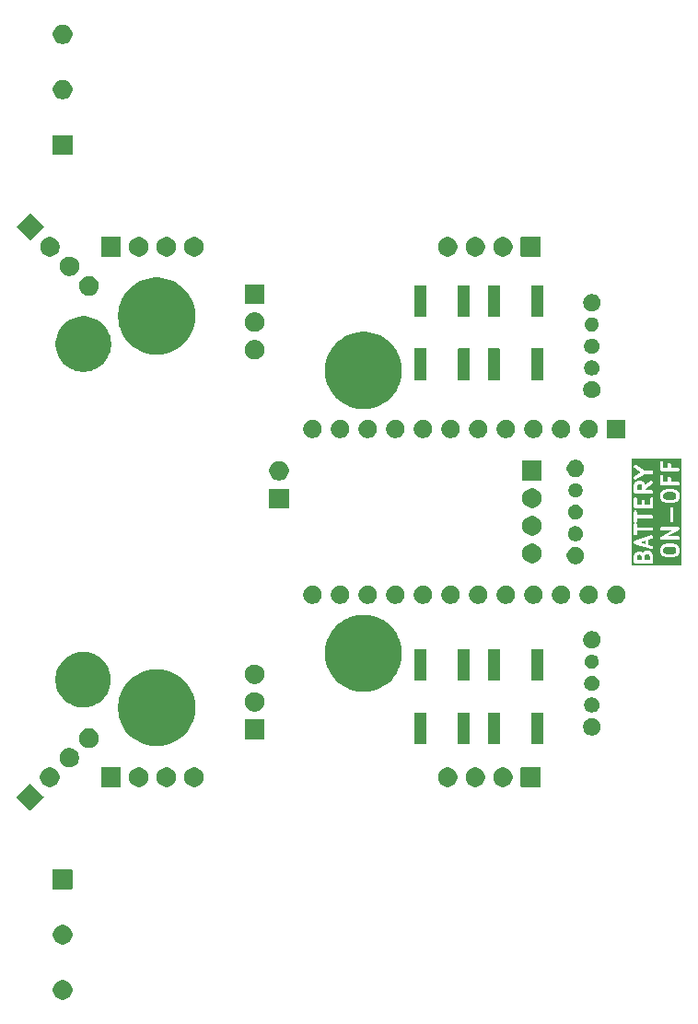
<source format=gbr>
G04 #@! TF.GenerationSoftware,KiCad,Pcbnew,9.0.2*
G04 #@! TF.CreationDate,2025-10-10T20:31:06-04:00*
G04 #@! TF.ProjectId,Trackball,54726163-6b62-4616-9c6c-2e6b69636164,rev?*
G04 #@! TF.SameCoordinates,Original*
G04 #@! TF.FileFunction,Soldermask,Top*
G04 #@! TF.FilePolarity,Negative*
%FSLAX46Y46*%
G04 Gerber Fmt 4.6, Leading zero omitted, Abs format (unit mm)*
G04 Created by KiCad (PCBNEW 9.0.2) date 2025-10-10 20:31:06*
%MOMM*%
%LPD*%
G01*
G04 APERTURE LIST*
G04 APERTURE END LIST*
G36*
X113008808Y-124678936D02*
G01*
X113172153Y-124746595D01*
X113319159Y-124844822D01*
X113444178Y-124969841D01*
X113542405Y-125116847D01*
X113610064Y-125280192D01*
X113644557Y-125453598D01*
X113644557Y-125630402D01*
X113610064Y-125803808D01*
X113542405Y-125967153D01*
X113444178Y-126114159D01*
X113319159Y-126239178D01*
X113172153Y-126337405D01*
X113008808Y-126405064D01*
X112835402Y-126439557D01*
X112658598Y-126439557D01*
X112485192Y-126405064D01*
X112321847Y-126337405D01*
X112174841Y-126239178D01*
X112049822Y-126114159D01*
X111951595Y-125967153D01*
X111883936Y-125803808D01*
X111849443Y-125630402D01*
X111849443Y-125453598D01*
X111883936Y-125280192D01*
X111951595Y-125116847D01*
X112049822Y-124969841D01*
X112174841Y-124844822D01*
X112321847Y-124746595D01*
X112485192Y-124678936D01*
X112658598Y-124644443D01*
X112835402Y-124644443D01*
X113008808Y-124678936D01*
G37*
G36*
X113008808Y-119598936D02*
G01*
X113172153Y-119666595D01*
X113319159Y-119764822D01*
X113444178Y-119889841D01*
X113542405Y-120036847D01*
X113610064Y-120200192D01*
X113644557Y-120373598D01*
X113644557Y-120550402D01*
X113610064Y-120723808D01*
X113542405Y-120887153D01*
X113444178Y-121034159D01*
X113319159Y-121159178D01*
X113172153Y-121257405D01*
X113008808Y-121325064D01*
X112835402Y-121359557D01*
X112658598Y-121359557D01*
X112485192Y-121325064D01*
X112321847Y-121257405D01*
X112174841Y-121159178D01*
X112049822Y-121034159D01*
X111951595Y-120887153D01*
X111883936Y-120723808D01*
X111849443Y-120550402D01*
X111849443Y-120373598D01*
X111883936Y-120200192D01*
X111951595Y-120036847D01*
X112049822Y-119889841D01*
X112174841Y-119764822D01*
X112321847Y-119666595D01*
X112485192Y-119598936D01*
X112658598Y-119564443D01*
X112835402Y-119564443D01*
X113008808Y-119598936D01*
G37*
G36*
X113617417Y-114483982D02*
G01*
X113633962Y-114495038D01*
X113645018Y-114511583D01*
X113648900Y-114531100D01*
X113648900Y-116232900D01*
X113645018Y-116252417D01*
X113633962Y-116268962D01*
X113617417Y-116280018D01*
X113597900Y-116283900D01*
X111896100Y-116283900D01*
X111876583Y-116280018D01*
X111860038Y-116268962D01*
X111848982Y-116252417D01*
X111845100Y-116232900D01*
X111845100Y-114531100D01*
X111848982Y-114511583D01*
X111860038Y-114495038D01*
X111876583Y-114483982D01*
X111896100Y-114480100D01*
X113597900Y-114480100D01*
X113617417Y-114483982D01*
G37*
G36*
X109793466Y-106536851D02*
G01*
X109810011Y-106547907D01*
X111012093Y-107749989D01*
X111023149Y-107766534D01*
X111027030Y-107786051D01*
X111023149Y-107805568D01*
X111012093Y-107822113D01*
X109810011Y-109024195D01*
X109793466Y-109035251D01*
X109773949Y-109039132D01*
X109754432Y-109035251D01*
X109737887Y-109024195D01*
X108535805Y-107822113D01*
X108524749Y-107805568D01*
X108520868Y-107786051D01*
X108524749Y-107766534D01*
X108535805Y-107749989D01*
X109432277Y-106853517D01*
X109729182Y-106556611D01*
X109729185Y-106556608D01*
X109737887Y-106547907D01*
X109754432Y-106536851D01*
X109773949Y-106532970D01*
X109793466Y-106536851D01*
G37*
G36*
X111831546Y-105127797D02*
G01*
X111994728Y-105195389D01*
X112141588Y-105293518D01*
X112266482Y-105418412D01*
X112364611Y-105565272D01*
X112432203Y-105728454D01*
X112466661Y-105901687D01*
X112466661Y-106078313D01*
X112432203Y-106251546D01*
X112364611Y-106414728D01*
X112266482Y-106561588D01*
X112141588Y-106686482D01*
X111994728Y-106784611D01*
X111831546Y-106852203D01*
X111658313Y-106886661D01*
X111481687Y-106886661D01*
X111308454Y-106852203D01*
X111145272Y-106784611D01*
X110998412Y-106686482D01*
X110873518Y-106561588D01*
X110775389Y-106414728D01*
X110707797Y-106251546D01*
X110673339Y-106078313D01*
X110673339Y-105901687D01*
X110707797Y-105728454D01*
X110775389Y-105565272D01*
X110873518Y-105418412D01*
X110998412Y-105293518D01*
X111145272Y-105195389D01*
X111308454Y-105127797D01*
X111481687Y-105093339D01*
X111658313Y-105093339D01*
X111831546Y-105127797D01*
G37*
G36*
X118077517Y-105086882D02*
G01*
X118094062Y-105097938D01*
X118105118Y-105114483D01*
X118109000Y-105134000D01*
X118109000Y-106834000D01*
X118105118Y-106853517D01*
X118094062Y-106870062D01*
X118077517Y-106881118D01*
X118058000Y-106885000D01*
X116358000Y-106885000D01*
X116338483Y-106881118D01*
X116321938Y-106870062D01*
X116310882Y-106853517D01*
X116307000Y-106834000D01*
X116307000Y-105134000D01*
X116310882Y-105114483D01*
X116321938Y-105097938D01*
X116338483Y-105086882D01*
X116358000Y-105083000D01*
X118058000Y-105083000D01*
X118077517Y-105086882D01*
G37*
G36*
X156637517Y-105086882D02*
G01*
X156654062Y-105097938D01*
X156665118Y-105114483D01*
X156669000Y-105134000D01*
X156669000Y-106834000D01*
X156665118Y-106853517D01*
X156654062Y-106870062D01*
X156637517Y-106881118D01*
X156618000Y-106885000D01*
X154918000Y-106885000D01*
X154898483Y-106881118D01*
X154881938Y-106870062D01*
X154870882Y-106853517D01*
X154867000Y-106834000D01*
X154867000Y-105134000D01*
X154870882Y-105114483D01*
X154881938Y-105097938D01*
X154898483Y-105086882D01*
X154918000Y-105083000D01*
X156618000Y-105083000D01*
X156637517Y-105086882D01*
G37*
G36*
X120009546Y-105121797D02*
G01*
X120172728Y-105189389D01*
X120319588Y-105287518D01*
X120444482Y-105412412D01*
X120542611Y-105559272D01*
X120610203Y-105722454D01*
X120644661Y-105895687D01*
X120644661Y-106072313D01*
X120610203Y-106245546D01*
X120542611Y-106408728D01*
X120444482Y-106555588D01*
X120319588Y-106680482D01*
X120172728Y-106778611D01*
X120009546Y-106846203D01*
X119836313Y-106880661D01*
X119659687Y-106880661D01*
X119486454Y-106846203D01*
X119323272Y-106778611D01*
X119176412Y-106680482D01*
X119051518Y-106555588D01*
X118953389Y-106408728D01*
X118885797Y-106245546D01*
X118851339Y-106072313D01*
X118851339Y-105895687D01*
X118885797Y-105722454D01*
X118953389Y-105559272D01*
X119051518Y-105412412D01*
X119176412Y-105287518D01*
X119323272Y-105189389D01*
X119486454Y-105121797D01*
X119659687Y-105087339D01*
X119836313Y-105087339D01*
X120009546Y-105121797D01*
G37*
G36*
X122549546Y-105121797D02*
G01*
X122712728Y-105189389D01*
X122859588Y-105287518D01*
X122984482Y-105412412D01*
X123082611Y-105559272D01*
X123150203Y-105722454D01*
X123184661Y-105895687D01*
X123184661Y-106072313D01*
X123150203Y-106245546D01*
X123082611Y-106408728D01*
X122984482Y-106555588D01*
X122859588Y-106680482D01*
X122712728Y-106778611D01*
X122549546Y-106846203D01*
X122376313Y-106880661D01*
X122199687Y-106880661D01*
X122026454Y-106846203D01*
X121863272Y-106778611D01*
X121716412Y-106680482D01*
X121591518Y-106555588D01*
X121493389Y-106408728D01*
X121425797Y-106245546D01*
X121391339Y-106072313D01*
X121391339Y-105895687D01*
X121425797Y-105722454D01*
X121493389Y-105559272D01*
X121591518Y-105412412D01*
X121716412Y-105287518D01*
X121863272Y-105189389D01*
X122026454Y-105121797D01*
X122199687Y-105087339D01*
X122376313Y-105087339D01*
X122549546Y-105121797D01*
G37*
G36*
X125089546Y-105121797D02*
G01*
X125252728Y-105189389D01*
X125399588Y-105287518D01*
X125524482Y-105412412D01*
X125622611Y-105559272D01*
X125690203Y-105722454D01*
X125724661Y-105895687D01*
X125724661Y-106072313D01*
X125690203Y-106245546D01*
X125622611Y-106408728D01*
X125524482Y-106555588D01*
X125399588Y-106680482D01*
X125252728Y-106778611D01*
X125089546Y-106846203D01*
X124916313Y-106880661D01*
X124739687Y-106880661D01*
X124566454Y-106846203D01*
X124403272Y-106778611D01*
X124256412Y-106680482D01*
X124131518Y-106555588D01*
X124033389Y-106408728D01*
X123965797Y-106245546D01*
X123931339Y-106072313D01*
X123931339Y-105895687D01*
X123965797Y-105722454D01*
X124033389Y-105559272D01*
X124131518Y-105412412D01*
X124256412Y-105287518D01*
X124403272Y-105189389D01*
X124566454Y-105121797D01*
X124739687Y-105087339D01*
X124916313Y-105087339D01*
X125089546Y-105121797D01*
G37*
G36*
X148409546Y-105121797D02*
G01*
X148572728Y-105189389D01*
X148719588Y-105287518D01*
X148844482Y-105412412D01*
X148942611Y-105559272D01*
X149010203Y-105722454D01*
X149044661Y-105895687D01*
X149044661Y-106072313D01*
X149010203Y-106245546D01*
X148942611Y-106408728D01*
X148844482Y-106555588D01*
X148719588Y-106680482D01*
X148572728Y-106778611D01*
X148409546Y-106846203D01*
X148236313Y-106880661D01*
X148059687Y-106880661D01*
X147886454Y-106846203D01*
X147723272Y-106778611D01*
X147576412Y-106680482D01*
X147451518Y-106555588D01*
X147353389Y-106408728D01*
X147285797Y-106245546D01*
X147251339Y-106072313D01*
X147251339Y-105895687D01*
X147285797Y-105722454D01*
X147353389Y-105559272D01*
X147451518Y-105412412D01*
X147576412Y-105287518D01*
X147723272Y-105189389D01*
X147886454Y-105121797D01*
X148059687Y-105087339D01*
X148236313Y-105087339D01*
X148409546Y-105121797D01*
G37*
G36*
X150949546Y-105121797D02*
G01*
X151112728Y-105189389D01*
X151259588Y-105287518D01*
X151384482Y-105412412D01*
X151482611Y-105559272D01*
X151550203Y-105722454D01*
X151584661Y-105895687D01*
X151584661Y-106072313D01*
X151550203Y-106245546D01*
X151482611Y-106408728D01*
X151384482Y-106555588D01*
X151259588Y-106680482D01*
X151112728Y-106778611D01*
X150949546Y-106846203D01*
X150776313Y-106880661D01*
X150599687Y-106880661D01*
X150426454Y-106846203D01*
X150263272Y-106778611D01*
X150116412Y-106680482D01*
X149991518Y-106555588D01*
X149893389Y-106408728D01*
X149825797Y-106245546D01*
X149791339Y-106072313D01*
X149791339Y-105895687D01*
X149825797Y-105722454D01*
X149893389Y-105559272D01*
X149991518Y-105412412D01*
X150116412Y-105287518D01*
X150263272Y-105189389D01*
X150426454Y-105121797D01*
X150599687Y-105087339D01*
X150776313Y-105087339D01*
X150949546Y-105121797D01*
G37*
G36*
X153489546Y-105121797D02*
G01*
X153652728Y-105189389D01*
X153799588Y-105287518D01*
X153924482Y-105412412D01*
X154022611Y-105559272D01*
X154090203Y-105722454D01*
X154124661Y-105895687D01*
X154124661Y-106072313D01*
X154090203Y-106245546D01*
X154022611Y-106408728D01*
X153924482Y-106555588D01*
X153799588Y-106680482D01*
X153652728Y-106778611D01*
X153489546Y-106846203D01*
X153316313Y-106880661D01*
X153139687Y-106880661D01*
X152966454Y-106846203D01*
X152803272Y-106778611D01*
X152656412Y-106680482D01*
X152531518Y-106555588D01*
X152433389Y-106408728D01*
X152365797Y-106245546D01*
X152331339Y-106072313D01*
X152331339Y-105895687D01*
X152365797Y-105722454D01*
X152433389Y-105559272D01*
X152531518Y-105412412D01*
X152656412Y-105287518D01*
X152803272Y-105189389D01*
X152966454Y-105121797D01*
X153139687Y-105087339D01*
X153316313Y-105087339D01*
X153489546Y-105121797D01*
G37*
G36*
X113627597Y-103331746D02*
G01*
X113790779Y-103399338D01*
X113937639Y-103497467D01*
X114062533Y-103622361D01*
X114160662Y-103769221D01*
X114228254Y-103932403D01*
X114262712Y-104105636D01*
X114262712Y-104282262D01*
X114228254Y-104455495D01*
X114160662Y-104618677D01*
X114062533Y-104765537D01*
X113937639Y-104890431D01*
X113790779Y-104988560D01*
X113627597Y-105056152D01*
X113454364Y-105090610D01*
X113277738Y-105090610D01*
X113104505Y-105056152D01*
X112941323Y-104988560D01*
X112794463Y-104890431D01*
X112669569Y-104765537D01*
X112571440Y-104618677D01*
X112503848Y-104455495D01*
X112469390Y-104282262D01*
X112469390Y-104105636D01*
X112503848Y-103932403D01*
X112571440Y-103769221D01*
X112669569Y-103622361D01*
X112794463Y-103497467D01*
X112941323Y-103399338D01*
X113104505Y-103331746D01*
X113277738Y-103297288D01*
X113454364Y-103297288D01*
X113627597Y-103331746D01*
G37*
G36*
X115423649Y-101535694D02*
G01*
X115586831Y-101603286D01*
X115733691Y-101701415D01*
X115858585Y-101826309D01*
X115956714Y-101973169D01*
X116024306Y-102136351D01*
X116058764Y-102309584D01*
X116058764Y-102486210D01*
X116024306Y-102659443D01*
X115956714Y-102822625D01*
X115858585Y-102969485D01*
X115733691Y-103094379D01*
X115586831Y-103192508D01*
X115423649Y-103260100D01*
X115250416Y-103294558D01*
X115073790Y-103294558D01*
X114900557Y-103260100D01*
X114737375Y-103192508D01*
X114590515Y-103094379D01*
X114465621Y-102969485D01*
X114367492Y-102822625D01*
X114299900Y-102659443D01*
X114265442Y-102486210D01*
X114265442Y-102309584D01*
X114299900Y-102136351D01*
X114367492Y-101973169D01*
X114465621Y-101826309D01*
X114590515Y-101701415D01*
X114737375Y-101603286D01*
X114900557Y-101535694D01*
X115073790Y-101501236D01*
X115250416Y-101501236D01*
X115423649Y-101535694D01*
G37*
G36*
X121921040Y-96087434D02*
G01*
X122262823Y-96155419D01*
X122596296Y-96256577D01*
X122918248Y-96389934D01*
X123225579Y-96554206D01*
X123515328Y-96747810D01*
X123784706Y-96968883D01*
X124031117Y-97215294D01*
X124252190Y-97484672D01*
X124445794Y-97774421D01*
X124610066Y-98081752D01*
X124743423Y-98403704D01*
X124844581Y-98737177D01*
X124912566Y-99078960D01*
X124946723Y-99425761D01*
X124946723Y-99774239D01*
X124912566Y-100121040D01*
X124844581Y-100462823D01*
X124743423Y-100796296D01*
X124610066Y-101118248D01*
X124445794Y-101425579D01*
X124252190Y-101715328D01*
X124031117Y-101984706D01*
X123784706Y-102231117D01*
X123515328Y-102452190D01*
X123225579Y-102645794D01*
X122918248Y-102810066D01*
X122596296Y-102943423D01*
X122262823Y-103044581D01*
X121921040Y-103112566D01*
X121574239Y-103146723D01*
X121225761Y-103146723D01*
X120878960Y-103112566D01*
X120537177Y-103044581D01*
X120203704Y-102943423D01*
X119881752Y-102810066D01*
X119574421Y-102645794D01*
X119284672Y-102452190D01*
X119015294Y-102231117D01*
X118768883Y-101984706D01*
X118547810Y-101715328D01*
X118354206Y-101425579D01*
X118189934Y-101118248D01*
X118056577Y-100796296D01*
X117955419Y-100462823D01*
X117887434Y-100121040D01*
X117853277Y-99774239D01*
X117853277Y-99425761D01*
X117887434Y-99078960D01*
X117955419Y-98737177D01*
X118056577Y-98403704D01*
X118189934Y-98081752D01*
X118354206Y-97774421D01*
X118547810Y-97484672D01*
X118768883Y-97215294D01*
X119015294Y-96968883D01*
X119284672Y-96747810D01*
X119574421Y-96554206D01*
X119881752Y-96389934D01*
X120203704Y-96256577D01*
X120537177Y-96155419D01*
X120878960Y-96087434D01*
X121225761Y-96053277D01*
X121574239Y-96053277D01*
X121921040Y-96087434D01*
G37*
G36*
X146169517Y-100027882D02*
G01*
X146186062Y-100038938D01*
X146197118Y-100055483D01*
X146201000Y-100075000D01*
X146201000Y-102875000D01*
X146197118Y-102894517D01*
X146186062Y-102911062D01*
X146169517Y-102922118D01*
X146150000Y-102926000D01*
X145150000Y-102926000D01*
X145130483Y-102922118D01*
X145113938Y-102911062D01*
X145102882Y-102894517D01*
X145099000Y-102875000D01*
X145099000Y-100075000D01*
X145102882Y-100055483D01*
X145113938Y-100038938D01*
X145130483Y-100027882D01*
X145150000Y-100024000D01*
X146150000Y-100024000D01*
X146169517Y-100027882D01*
G37*
G36*
X150169517Y-100027882D02*
G01*
X150186062Y-100038938D01*
X150197118Y-100055483D01*
X150201000Y-100075000D01*
X150201000Y-102875000D01*
X150197118Y-102894517D01*
X150186062Y-102911062D01*
X150169517Y-102922118D01*
X150150000Y-102926000D01*
X149150000Y-102926000D01*
X149130483Y-102922118D01*
X149113938Y-102911062D01*
X149102882Y-102894517D01*
X149099000Y-102875000D01*
X149099000Y-100075000D01*
X149102882Y-100055483D01*
X149113938Y-100038938D01*
X149130483Y-100027882D01*
X149150000Y-100024000D01*
X150150000Y-100024000D01*
X150169517Y-100027882D01*
G37*
G36*
X152919517Y-100027882D02*
G01*
X152936062Y-100038938D01*
X152947118Y-100055483D01*
X152951000Y-100075000D01*
X152951000Y-102875000D01*
X152947118Y-102894517D01*
X152936062Y-102911062D01*
X152919517Y-102922118D01*
X152900000Y-102926000D01*
X151900000Y-102926000D01*
X151880483Y-102922118D01*
X151863938Y-102911062D01*
X151852882Y-102894517D01*
X151849000Y-102875000D01*
X151849000Y-100075000D01*
X151852882Y-100055483D01*
X151863938Y-100038938D01*
X151880483Y-100027882D01*
X151900000Y-100024000D01*
X152900000Y-100024000D01*
X152919517Y-100027882D01*
G37*
G36*
X156919517Y-100027882D02*
G01*
X156936062Y-100038938D01*
X156947118Y-100055483D01*
X156951000Y-100075000D01*
X156951000Y-102875000D01*
X156947118Y-102894517D01*
X156936062Y-102911062D01*
X156919517Y-102922118D01*
X156900000Y-102926000D01*
X155900000Y-102926000D01*
X155880483Y-102922118D01*
X155863938Y-102911062D01*
X155852882Y-102894517D01*
X155849000Y-102875000D01*
X155849000Y-100075000D01*
X155852882Y-100055483D01*
X155863938Y-100038938D01*
X155880483Y-100027882D01*
X155900000Y-100024000D01*
X156900000Y-100024000D01*
X156919517Y-100027882D01*
G37*
G36*
X131269517Y-100702882D02*
G01*
X131286062Y-100713938D01*
X131297118Y-100730483D01*
X131301000Y-100750000D01*
X131301000Y-102450000D01*
X131297118Y-102469517D01*
X131286062Y-102486062D01*
X131269517Y-102497118D01*
X131250000Y-102501000D01*
X129550000Y-102501000D01*
X129530483Y-102497118D01*
X129513938Y-102486062D01*
X129502882Y-102469517D01*
X129499000Y-102450000D01*
X129499000Y-100750000D01*
X129502882Y-100730483D01*
X129513938Y-100713938D01*
X129530483Y-100702882D01*
X129550000Y-100699000D01*
X131250000Y-100699000D01*
X131269517Y-100702882D01*
G37*
G36*
X161632518Y-100583491D02*
G01*
X161777589Y-100643581D01*
X161908149Y-100730819D01*
X162019181Y-100841851D01*
X162106419Y-100972411D01*
X162166509Y-101117482D01*
X162197143Y-101271488D01*
X162197143Y-101428512D01*
X162166509Y-101582518D01*
X162106419Y-101727589D01*
X162019181Y-101858149D01*
X161908149Y-101969181D01*
X161777589Y-102056419D01*
X161632518Y-102116509D01*
X161478512Y-102147143D01*
X161321488Y-102147143D01*
X161167482Y-102116509D01*
X161022411Y-102056419D01*
X160891851Y-101969181D01*
X160780819Y-101858149D01*
X160693581Y-101727589D01*
X160633491Y-101582518D01*
X160602857Y-101428512D01*
X160602857Y-101271488D01*
X160633491Y-101117482D01*
X160693581Y-100972411D01*
X160780819Y-100841851D01*
X160891851Y-100730819D01*
X161022411Y-100643581D01*
X161167482Y-100583491D01*
X161321488Y-100552857D01*
X161478512Y-100552857D01*
X161632518Y-100583491D01*
G37*
G36*
X161603490Y-98679185D02*
G01*
X161730449Y-98731773D01*
X161844710Y-98808120D01*
X161941880Y-98905290D01*
X162018227Y-99019551D01*
X162070815Y-99146510D01*
X162097624Y-99281290D01*
X162097624Y-99418710D01*
X162070815Y-99553490D01*
X162018227Y-99680449D01*
X161941880Y-99794710D01*
X161844710Y-99891880D01*
X161730449Y-99968227D01*
X161603490Y-100020815D01*
X161468710Y-100047624D01*
X161331290Y-100047624D01*
X161196510Y-100020815D01*
X161069551Y-99968227D01*
X160955290Y-99891880D01*
X160858120Y-99794710D01*
X160781773Y-99680449D01*
X160729185Y-99553490D01*
X160702376Y-99418710D01*
X160702376Y-99281290D01*
X160729185Y-99146510D01*
X160781773Y-99019551D01*
X160858120Y-98905290D01*
X160955290Y-98808120D01*
X161069551Y-98731773D01*
X161196510Y-98679185D01*
X161331290Y-98652376D01*
X161468710Y-98652376D01*
X161603490Y-98679185D01*
G37*
G36*
X130661546Y-98197797D02*
G01*
X130824728Y-98265389D01*
X130971588Y-98363518D01*
X131096482Y-98488412D01*
X131194611Y-98635272D01*
X131262203Y-98798454D01*
X131296661Y-98971687D01*
X131296661Y-99148313D01*
X131262203Y-99321546D01*
X131194611Y-99484728D01*
X131096482Y-99631588D01*
X130971588Y-99756482D01*
X130824728Y-99854611D01*
X130661546Y-99922203D01*
X130488313Y-99956661D01*
X130311687Y-99956661D01*
X130138454Y-99922203D01*
X129975272Y-99854611D01*
X129828412Y-99756482D01*
X129703518Y-99631588D01*
X129605389Y-99484728D01*
X129537797Y-99321546D01*
X129503339Y-99148313D01*
X129503339Y-98971687D01*
X129537797Y-98798454D01*
X129605389Y-98635272D01*
X129703518Y-98488412D01*
X129828412Y-98363518D01*
X129975272Y-98265389D01*
X130138454Y-98197797D01*
X130311687Y-98163339D01*
X130488313Y-98163339D01*
X130661546Y-98197797D01*
G37*
G36*
X115067308Y-94505043D02*
G01*
X115346207Y-94568700D01*
X115616225Y-94663183D01*
X115873967Y-94787305D01*
X116116190Y-94939504D01*
X116339850Y-95117867D01*
X116542133Y-95320150D01*
X116720496Y-95543810D01*
X116872695Y-95786033D01*
X116996817Y-96043775D01*
X117091300Y-96313793D01*
X117154957Y-96592692D01*
X117186987Y-96876964D01*
X117186987Y-97163036D01*
X117154957Y-97447308D01*
X117091300Y-97726207D01*
X116996817Y-97996225D01*
X116872695Y-98253967D01*
X116720496Y-98496190D01*
X116542133Y-98719850D01*
X116339850Y-98922133D01*
X116116190Y-99100496D01*
X115873967Y-99252695D01*
X115616225Y-99376817D01*
X115346207Y-99471300D01*
X115067308Y-99534957D01*
X114783036Y-99566987D01*
X114496964Y-99566987D01*
X114212692Y-99534957D01*
X113933793Y-99471300D01*
X113663775Y-99376817D01*
X113406033Y-99252695D01*
X113163810Y-99100496D01*
X112940150Y-98922133D01*
X112737867Y-98719850D01*
X112559504Y-98496190D01*
X112407305Y-98253967D01*
X112283183Y-97996225D01*
X112188700Y-97726207D01*
X112125043Y-97447308D01*
X112093013Y-97163036D01*
X112093013Y-96876964D01*
X112125043Y-96592692D01*
X112188700Y-96313793D01*
X112283183Y-96043775D01*
X112407305Y-95786033D01*
X112559504Y-95543810D01*
X112737867Y-95320150D01*
X112940150Y-95117867D01*
X113163810Y-94939504D01*
X113406033Y-94787305D01*
X113663775Y-94663183D01*
X113933793Y-94568700D01*
X114212692Y-94505043D01*
X114496964Y-94473013D01*
X114783036Y-94473013D01*
X115067308Y-94505043D01*
G37*
G36*
X140921040Y-91087434D02*
G01*
X141262823Y-91155419D01*
X141596296Y-91256577D01*
X141918248Y-91389934D01*
X142225579Y-91554206D01*
X142515328Y-91747810D01*
X142784706Y-91968883D01*
X143031117Y-92215294D01*
X143252190Y-92484672D01*
X143445794Y-92774421D01*
X143610066Y-93081752D01*
X143743423Y-93403704D01*
X143844581Y-93737177D01*
X143912566Y-94078960D01*
X143946723Y-94425761D01*
X143946723Y-94774239D01*
X143912566Y-95121040D01*
X143844581Y-95462823D01*
X143743423Y-95796296D01*
X143610066Y-96118248D01*
X143445794Y-96425579D01*
X143252190Y-96715328D01*
X143031117Y-96984706D01*
X142784706Y-97231117D01*
X142515328Y-97452190D01*
X142225579Y-97645794D01*
X141918248Y-97810066D01*
X141596296Y-97943423D01*
X141262823Y-98044581D01*
X140921040Y-98112566D01*
X140574239Y-98146723D01*
X140225761Y-98146723D01*
X139878960Y-98112566D01*
X139537177Y-98044581D01*
X139203704Y-97943423D01*
X138881752Y-97810066D01*
X138574421Y-97645794D01*
X138284672Y-97452190D01*
X138015294Y-97231117D01*
X137768883Y-96984706D01*
X137547810Y-96715328D01*
X137354206Y-96425579D01*
X137189934Y-96118248D01*
X137056577Y-95796296D01*
X136955419Y-95462823D01*
X136887434Y-95121040D01*
X136853277Y-94774239D01*
X136853277Y-94425761D01*
X136887434Y-94078960D01*
X136955419Y-93737177D01*
X137056577Y-93403704D01*
X137189934Y-93081752D01*
X137354206Y-92774421D01*
X137547810Y-92484672D01*
X137768883Y-92215294D01*
X138015294Y-91968883D01*
X138284672Y-91747810D01*
X138574421Y-91554206D01*
X138881752Y-91389934D01*
X139203704Y-91256577D01*
X139537177Y-91155419D01*
X139878960Y-91087434D01*
X140225761Y-91053277D01*
X140574239Y-91053277D01*
X140921040Y-91087434D01*
G37*
G36*
X161603490Y-96679185D02*
G01*
X161730449Y-96731773D01*
X161844710Y-96808120D01*
X161941880Y-96905290D01*
X162018227Y-97019551D01*
X162070815Y-97146510D01*
X162097624Y-97281290D01*
X162097624Y-97418710D01*
X162070815Y-97553490D01*
X162018227Y-97680449D01*
X161941880Y-97794710D01*
X161844710Y-97891880D01*
X161730449Y-97968227D01*
X161603490Y-98020815D01*
X161468710Y-98047624D01*
X161331290Y-98047624D01*
X161196510Y-98020815D01*
X161069551Y-97968227D01*
X160955290Y-97891880D01*
X160858120Y-97794710D01*
X160781773Y-97680449D01*
X160729185Y-97553490D01*
X160702376Y-97418710D01*
X160702376Y-97281290D01*
X160729185Y-97146510D01*
X160781773Y-97019551D01*
X160858120Y-96905290D01*
X160955290Y-96808120D01*
X161069551Y-96731773D01*
X161196510Y-96679185D01*
X161331290Y-96652376D01*
X161468710Y-96652376D01*
X161603490Y-96679185D01*
G37*
G36*
X130661546Y-95657797D02*
G01*
X130824728Y-95725389D01*
X130971588Y-95823518D01*
X131096482Y-95948412D01*
X131194611Y-96095272D01*
X131262203Y-96258454D01*
X131296661Y-96431687D01*
X131296661Y-96608313D01*
X131262203Y-96781546D01*
X131194611Y-96944728D01*
X131096482Y-97091588D01*
X130971588Y-97216482D01*
X130824728Y-97314611D01*
X130661546Y-97382203D01*
X130488313Y-97416661D01*
X130311687Y-97416661D01*
X130138454Y-97382203D01*
X129975272Y-97314611D01*
X129828412Y-97216482D01*
X129703518Y-97091588D01*
X129605389Y-96944728D01*
X129537797Y-96781546D01*
X129503339Y-96608313D01*
X129503339Y-96431687D01*
X129537797Y-96258454D01*
X129605389Y-96095272D01*
X129703518Y-95948412D01*
X129828412Y-95823518D01*
X129975272Y-95725389D01*
X130138454Y-95657797D01*
X130311687Y-95623339D01*
X130488313Y-95623339D01*
X130661546Y-95657797D01*
G37*
G36*
X146169517Y-94227882D02*
G01*
X146186062Y-94238938D01*
X146197118Y-94255483D01*
X146201000Y-94275000D01*
X146201000Y-97075000D01*
X146197118Y-97094517D01*
X146186062Y-97111062D01*
X146169517Y-97122118D01*
X146150000Y-97126000D01*
X145150000Y-97126000D01*
X145130483Y-97122118D01*
X145113938Y-97111062D01*
X145102882Y-97094517D01*
X145099000Y-97075000D01*
X145099000Y-94275000D01*
X145102882Y-94255483D01*
X145113938Y-94238938D01*
X145130483Y-94227882D01*
X145150000Y-94224000D01*
X146150000Y-94224000D01*
X146169517Y-94227882D01*
G37*
G36*
X150169517Y-94227882D02*
G01*
X150186062Y-94238938D01*
X150197118Y-94255483D01*
X150201000Y-94275000D01*
X150201000Y-97075000D01*
X150197118Y-97094517D01*
X150186062Y-97111062D01*
X150169517Y-97122118D01*
X150150000Y-97126000D01*
X149150000Y-97126000D01*
X149130483Y-97122118D01*
X149113938Y-97111062D01*
X149102882Y-97094517D01*
X149099000Y-97075000D01*
X149099000Y-94275000D01*
X149102882Y-94255483D01*
X149113938Y-94238938D01*
X149130483Y-94227882D01*
X149150000Y-94224000D01*
X150150000Y-94224000D01*
X150169517Y-94227882D01*
G37*
G36*
X152919517Y-94227882D02*
G01*
X152936062Y-94238938D01*
X152947118Y-94255483D01*
X152951000Y-94275000D01*
X152951000Y-97075000D01*
X152947118Y-97094517D01*
X152936062Y-97111062D01*
X152919517Y-97122118D01*
X152900000Y-97126000D01*
X151900000Y-97126000D01*
X151880483Y-97122118D01*
X151863938Y-97111062D01*
X151852882Y-97094517D01*
X151849000Y-97075000D01*
X151849000Y-94275000D01*
X151852882Y-94255483D01*
X151863938Y-94238938D01*
X151880483Y-94227882D01*
X151900000Y-94224000D01*
X152900000Y-94224000D01*
X152919517Y-94227882D01*
G37*
G36*
X156919517Y-94227882D02*
G01*
X156936062Y-94238938D01*
X156947118Y-94255483D01*
X156951000Y-94275000D01*
X156951000Y-97075000D01*
X156947118Y-97094517D01*
X156936062Y-97111062D01*
X156919517Y-97122118D01*
X156900000Y-97126000D01*
X155900000Y-97126000D01*
X155880483Y-97122118D01*
X155863938Y-97111062D01*
X155852882Y-97094517D01*
X155849000Y-97075000D01*
X155849000Y-94275000D01*
X155852882Y-94255483D01*
X155863938Y-94238938D01*
X155880483Y-94227882D01*
X155900000Y-94224000D01*
X156900000Y-94224000D01*
X156919517Y-94227882D01*
G37*
G36*
X161588975Y-94727032D02*
G01*
X161706879Y-94775869D01*
X161812990Y-94846770D01*
X161903230Y-94937010D01*
X161974131Y-95043121D01*
X162022968Y-95161025D01*
X162047865Y-95286191D01*
X162047865Y-95413809D01*
X162022968Y-95538975D01*
X161974131Y-95656879D01*
X161903230Y-95762990D01*
X161812990Y-95853230D01*
X161706879Y-95924131D01*
X161588975Y-95972968D01*
X161463809Y-95997865D01*
X161336191Y-95997865D01*
X161211025Y-95972968D01*
X161093121Y-95924131D01*
X160987010Y-95853230D01*
X160896770Y-95762990D01*
X160825869Y-95656879D01*
X160777032Y-95538975D01*
X160752135Y-95413809D01*
X160752135Y-95286191D01*
X160777032Y-95161025D01*
X160825869Y-95043121D01*
X160896770Y-94937010D01*
X160987010Y-94846770D01*
X161093121Y-94775869D01*
X161211025Y-94727032D01*
X161336191Y-94702135D01*
X161463809Y-94702135D01*
X161588975Y-94727032D01*
G37*
G36*
X161632518Y-92583491D02*
G01*
X161777589Y-92643581D01*
X161908149Y-92730819D01*
X162019181Y-92841851D01*
X162106419Y-92972411D01*
X162166509Y-93117482D01*
X162197143Y-93271488D01*
X162197143Y-93428512D01*
X162166509Y-93582518D01*
X162106419Y-93727589D01*
X162019181Y-93858149D01*
X161908149Y-93969181D01*
X161777589Y-94056419D01*
X161632518Y-94116509D01*
X161478512Y-94147143D01*
X161321488Y-94147143D01*
X161167482Y-94116509D01*
X161022411Y-94056419D01*
X160891851Y-93969181D01*
X160780819Y-93858149D01*
X160693581Y-93727589D01*
X160633491Y-93582518D01*
X160602857Y-93428512D01*
X160602857Y-93271488D01*
X160633491Y-93117482D01*
X160693581Y-92972411D01*
X160780819Y-92841851D01*
X160891851Y-92730819D01*
X161022411Y-92643581D01*
X161167482Y-92583491D01*
X161321488Y-92552857D01*
X161478512Y-92552857D01*
X161632518Y-92583491D01*
G37*
G36*
X135967032Y-88385644D02*
G01*
X136121159Y-88449485D01*
X136259869Y-88542168D01*
X136377832Y-88660131D01*
X136470515Y-88798841D01*
X136534356Y-88952968D01*
X136566902Y-89116587D01*
X136566902Y-89283413D01*
X136534356Y-89447032D01*
X136470515Y-89601159D01*
X136377832Y-89739869D01*
X136259869Y-89857832D01*
X136121159Y-89950515D01*
X135967032Y-90014356D01*
X135803413Y-90046902D01*
X135636587Y-90046902D01*
X135472968Y-90014356D01*
X135318841Y-89950515D01*
X135180131Y-89857832D01*
X135062168Y-89739869D01*
X134969485Y-89601159D01*
X134905644Y-89447032D01*
X134873098Y-89283413D01*
X134873098Y-89116587D01*
X134905644Y-88952968D01*
X134969485Y-88798841D01*
X135062168Y-88660131D01*
X135180131Y-88542168D01*
X135318841Y-88449485D01*
X135472968Y-88385644D01*
X135636587Y-88353098D01*
X135803413Y-88353098D01*
X135967032Y-88385644D01*
G37*
G36*
X138507032Y-88385644D02*
G01*
X138661159Y-88449485D01*
X138799869Y-88542168D01*
X138917832Y-88660131D01*
X139010515Y-88798841D01*
X139074356Y-88952968D01*
X139106902Y-89116587D01*
X139106902Y-89283413D01*
X139074356Y-89447032D01*
X139010515Y-89601159D01*
X138917832Y-89739869D01*
X138799869Y-89857832D01*
X138661159Y-89950515D01*
X138507032Y-90014356D01*
X138343413Y-90046902D01*
X138176587Y-90046902D01*
X138012968Y-90014356D01*
X137858841Y-89950515D01*
X137720131Y-89857832D01*
X137602168Y-89739869D01*
X137509485Y-89601159D01*
X137445644Y-89447032D01*
X137413098Y-89283413D01*
X137413098Y-89116587D01*
X137445644Y-88952968D01*
X137509485Y-88798841D01*
X137602168Y-88660131D01*
X137720131Y-88542168D01*
X137858841Y-88449485D01*
X138012968Y-88385644D01*
X138176587Y-88353098D01*
X138343413Y-88353098D01*
X138507032Y-88385644D01*
G37*
G36*
X141047032Y-88385644D02*
G01*
X141201159Y-88449485D01*
X141339869Y-88542168D01*
X141457832Y-88660131D01*
X141550515Y-88798841D01*
X141614356Y-88952968D01*
X141646902Y-89116587D01*
X141646902Y-89283413D01*
X141614356Y-89447032D01*
X141550515Y-89601159D01*
X141457832Y-89739869D01*
X141339869Y-89857832D01*
X141201159Y-89950515D01*
X141047032Y-90014356D01*
X140883413Y-90046902D01*
X140716587Y-90046902D01*
X140552968Y-90014356D01*
X140398841Y-89950515D01*
X140260131Y-89857832D01*
X140142168Y-89739869D01*
X140049485Y-89601159D01*
X139985644Y-89447032D01*
X139953098Y-89283413D01*
X139953098Y-89116587D01*
X139985644Y-88952968D01*
X140049485Y-88798841D01*
X140142168Y-88660131D01*
X140260131Y-88542168D01*
X140398841Y-88449485D01*
X140552968Y-88385644D01*
X140716587Y-88353098D01*
X140883413Y-88353098D01*
X141047032Y-88385644D01*
G37*
G36*
X143587032Y-88385644D02*
G01*
X143741159Y-88449485D01*
X143879869Y-88542168D01*
X143997832Y-88660131D01*
X144090515Y-88798841D01*
X144154356Y-88952968D01*
X144186902Y-89116587D01*
X144186902Y-89283413D01*
X144154356Y-89447032D01*
X144090515Y-89601159D01*
X143997832Y-89739869D01*
X143879869Y-89857832D01*
X143741159Y-89950515D01*
X143587032Y-90014356D01*
X143423413Y-90046902D01*
X143256587Y-90046902D01*
X143092968Y-90014356D01*
X142938841Y-89950515D01*
X142800131Y-89857832D01*
X142682168Y-89739869D01*
X142589485Y-89601159D01*
X142525644Y-89447032D01*
X142493098Y-89283413D01*
X142493098Y-89116587D01*
X142525644Y-88952968D01*
X142589485Y-88798841D01*
X142682168Y-88660131D01*
X142800131Y-88542168D01*
X142938841Y-88449485D01*
X143092968Y-88385644D01*
X143256587Y-88353098D01*
X143423413Y-88353098D01*
X143587032Y-88385644D01*
G37*
G36*
X146127032Y-88385644D02*
G01*
X146281159Y-88449485D01*
X146419869Y-88542168D01*
X146537832Y-88660131D01*
X146630515Y-88798841D01*
X146694356Y-88952968D01*
X146726902Y-89116587D01*
X146726902Y-89283413D01*
X146694356Y-89447032D01*
X146630515Y-89601159D01*
X146537832Y-89739869D01*
X146419869Y-89857832D01*
X146281159Y-89950515D01*
X146127032Y-90014356D01*
X145963413Y-90046902D01*
X145796587Y-90046902D01*
X145632968Y-90014356D01*
X145478841Y-89950515D01*
X145340131Y-89857832D01*
X145222168Y-89739869D01*
X145129485Y-89601159D01*
X145065644Y-89447032D01*
X145033098Y-89283413D01*
X145033098Y-89116587D01*
X145065644Y-88952968D01*
X145129485Y-88798841D01*
X145222168Y-88660131D01*
X145340131Y-88542168D01*
X145478841Y-88449485D01*
X145632968Y-88385644D01*
X145796587Y-88353098D01*
X145963413Y-88353098D01*
X146127032Y-88385644D01*
G37*
G36*
X148667032Y-88385644D02*
G01*
X148821159Y-88449485D01*
X148959869Y-88542168D01*
X149077832Y-88660131D01*
X149170515Y-88798841D01*
X149234356Y-88952968D01*
X149266902Y-89116587D01*
X149266902Y-89283413D01*
X149234356Y-89447032D01*
X149170515Y-89601159D01*
X149077832Y-89739869D01*
X148959869Y-89857832D01*
X148821159Y-89950515D01*
X148667032Y-90014356D01*
X148503413Y-90046902D01*
X148336587Y-90046902D01*
X148172968Y-90014356D01*
X148018841Y-89950515D01*
X147880131Y-89857832D01*
X147762168Y-89739869D01*
X147669485Y-89601159D01*
X147605644Y-89447032D01*
X147573098Y-89283413D01*
X147573098Y-89116587D01*
X147605644Y-88952968D01*
X147669485Y-88798841D01*
X147762168Y-88660131D01*
X147880131Y-88542168D01*
X148018841Y-88449485D01*
X148172968Y-88385644D01*
X148336587Y-88353098D01*
X148503413Y-88353098D01*
X148667032Y-88385644D01*
G37*
G36*
X151207032Y-88385644D02*
G01*
X151361159Y-88449485D01*
X151499869Y-88542168D01*
X151617832Y-88660131D01*
X151710515Y-88798841D01*
X151774356Y-88952968D01*
X151806902Y-89116587D01*
X151806902Y-89283413D01*
X151774356Y-89447032D01*
X151710515Y-89601159D01*
X151617832Y-89739869D01*
X151499869Y-89857832D01*
X151361159Y-89950515D01*
X151207032Y-90014356D01*
X151043413Y-90046902D01*
X150876587Y-90046902D01*
X150712968Y-90014356D01*
X150558841Y-89950515D01*
X150420131Y-89857832D01*
X150302168Y-89739869D01*
X150209485Y-89601159D01*
X150145644Y-89447032D01*
X150113098Y-89283413D01*
X150113098Y-89116587D01*
X150145644Y-88952968D01*
X150209485Y-88798841D01*
X150302168Y-88660131D01*
X150420131Y-88542168D01*
X150558841Y-88449485D01*
X150712968Y-88385644D01*
X150876587Y-88353098D01*
X151043413Y-88353098D01*
X151207032Y-88385644D01*
G37*
G36*
X153747032Y-88385644D02*
G01*
X153901159Y-88449485D01*
X154039869Y-88542168D01*
X154157832Y-88660131D01*
X154250515Y-88798841D01*
X154314356Y-88952968D01*
X154346902Y-89116587D01*
X154346902Y-89283413D01*
X154314356Y-89447032D01*
X154250515Y-89601159D01*
X154157832Y-89739869D01*
X154039869Y-89857832D01*
X153901159Y-89950515D01*
X153747032Y-90014356D01*
X153583413Y-90046902D01*
X153416587Y-90046902D01*
X153252968Y-90014356D01*
X153098841Y-89950515D01*
X152960131Y-89857832D01*
X152842168Y-89739869D01*
X152749485Y-89601159D01*
X152685644Y-89447032D01*
X152653098Y-89283413D01*
X152653098Y-89116587D01*
X152685644Y-88952968D01*
X152749485Y-88798841D01*
X152842168Y-88660131D01*
X152960131Y-88542168D01*
X153098841Y-88449485D01*
X153252968Y-88385644D01*
X153416587Y-88353098D01*
X153583413Y-88353098D01*
X153747032Y-88385644D01*
G37*
G36*
X156287032Y-88385644D02*
G01*
X156441159Y-88449485D01*
X156579869Y-88542168D01*
X156697832Y-88660131D01*
X156790515Y-88798841D01*
X156854356Y-88952968D01*
X156886902Y-89116587D01*
X156886902Y-89283413D01*
X156854356Y-89447032D01*
X156790515Y-89601159D01*
X156697832Y-89739869D01*
X156579869Y-89857832D01*
X156441159Y-89950515D01*
X156287032Y-90014356D01*
X156123413Y-90046902D01*
X155956587Y-90046902D01*
X155792968Y-90014356D01*
X155638841Y-89950515D01*
X155500131Y-89857832D01*
X155382168Y-89739869D01*
X155289485Y-89601159D01*
X155225644Y-89447032D01*
X155193098Y-89283413D01*
X155193098Y-89116587D01*
X155225644Y-88952968D01*
X155289485Y-88798841D01*
X155382168Y-88660131D01*
X155500131Y-88542168D01*
X155638841Y-88449485D01*
X155792968Y-88385644D01*
X155956587Y-88353098D01*
X156123413Y-88353098D01*
X156287032Y-88385644D01*
G37*
G36*
X158827032Y-88385644D02*
G01*
X158981159Y-88449485D01*
X159119869Y-88542168D01*
X159237832Y-88660131D01*
X159330515Y-88798841D01*
X159394356Y-88952968D01*
X159426902Y-89116587D01*
X159426902Y-89283413D01*
X159394356Y-89447032D01*
X159330515Y-89601159D01*
X159237832Y-89739869D01*
X159119869Y-89857832D01*
X158981159Y-89950515D01*
X158827032Y-90014356D01*
X158663413Y-90046902D01*
X158496587Y-90046902D01*
X158332968Y-90014356D01*
X158178841Y-89950515D01*
X158040131Y-89857832D01*
X157922168Y-89739869D01*
X157829485Y-89601159D01*
X157765644Y-89447032D01*
X157733098Y-89283413D01*
X157733098Y-89116587D01*
X157765644Y-88952968D01*
X157829485Y-88798841D01*
X157922168Y-88660131D01*
X158040131Y-88542168D01*
X158178841Y-88449485D01*
X158332968Y-88385644D01*
X158496587Y-88353098D01*
X158663413Y-88353098D01*
X158827032Y-88385644D01*
G37*
G36*
X161367032Y-88385644D02*
G01*
X161521159Y-88449485D01*
X161659869Y-88542168D01*
X161777832Y-88660131D01*
X161870515Y-88798841D01*
X161934356Y-88952968D01*
X161966902Y-89116587D01*
X161966902Y-89283413D01*
X161934356Y-89447032D01*
X161870515Y-89601159D01*
X161777832Y-89739869D01*
X161659869Y-89857832D01*
X161521159Y-89950515D01*
X161367032Y-90014356D01*
X161203413Y-90046902D01*
X161036587Y-90046902D01*
X160872968Y-90014356D01*
X160718841Y-89950515D01*
X160580131Y-89857832D01*
X160462168Y-89739869D01*
X160369485Y-89601159D01*
X160305644Y-89447032D01*
X160273098Y-89283413D01*
X160273098Y-89116587D01*
X160305644Y-88952968D01*
X160369485Y-88798841D01*
X160462168Y-88660131D01*
X160580131Y-88542168D01*
X160718841Y-88449485D01*
X160872968Y-88385644D01*
X161036587Y-88353098D01*
X161203413Y-88353098D01*
X161367032Y-88385644D01*
G37*
G36*
X163907032Y-88385644D02*
G01*
X164061159Y-88449485D01*
X164199869Y-88542168D01*
X164317832Y-88660131D01*
X164410515Y-88798841D01*
X164474356Y-88952968D01*
X164506902Y-89116587D01*
X164506902Y-89283413D01*
X164474356Y-89447032D01*
X164410515Y-89601159D01*
X164317832Y-89739869D01*
X164199869Y-89857832D01*
X164061159Y-89950515D01*
X163907032Y-90014356D01*
X163743413Y-90046902D01*
X163576587Y-90046902D01*
X163412968Y-90014356D01*
X163258841Y-89950515D01*
X163120131Y-89857832D01*
X163002168Y-89739869D01*
X162909485Y-89601159D01*
X162845644Y-89447032D01*
X162813098Y-89283413D01*
X162813098Y-89116587D01*
X162845644Y-88952968D01*
X162909485Y-88798841D01*
X163002168Y-88660131D01*
X163120131Y-88542168D01*
X163258841Y-88449485D01*
X163412968Y-88385644D01*
X163576587Y-88353098D01*
X163743413Y-88353098D01*
X163907032Y-88385644D01*
G37*
G36*
X165893487Y-85580420D02*
G01*
X165930490Y-85617424D01*
X165975198Y-85706838D01*
X165975198Y-86021428D01*
X165560912Y-86021428D01*
X165560912Y-85706838D01*
X165605619Y-85617423D01*
X165642623Y-85580419D01*
X165732036Y-85535713D01*
X165804074Y-85535713D01*
X165893487Y-85580420D01*
G37*
G36*
X166679200Y-85508990D02*
G01*
X166716205Y-85545995D01*
X166760912Y-85635408D01*
X166760912Y-86021428D01*
X166275198Y-86021428D01*
X166275198Y-85695770D01*
X166327731Y-85538168D01*
X166356908Y-85508991D01*
X166446322Y-85464285D01*
X166589788Y-85464285D01*
X166679200Y-85508990D01*
G37*
G36*
X169034854Y-84842587D02*
G01*
X169131121Y-84938854D01*
X169175828Y-85028266D01*
X169175828Y-85243161D01*
X169131122Y-85332574D01*
X169034854Y-85428841D01*
X168807364Y-85485714D01*
X168344292Y-85485714D01*
X168116801Y-85428841D01*
X168020535Y-85332575D01*
X167975828Y-85243161D01*
X167975828Y-85028267D01*
X168020535Y-84938853D01*
X168116801Y-84842587D01*
X168344292Y-84785714D01*
X168807363Y-84785714D01*
X169034854Y-84842587D01*
G37*
G36*
X166332341Y-84534742D02*
G01*
X165885252Y-84385713D01*
X166332341Y-84236683D01*
X166332341Y-84534742D01*
G37*
G36*
X169034854Y-79842586D02*
G01*
X169131121Y-79938853D01*
X169175828Y-80028265D01*
X169175828Y-80243160D01*
X169131122Y-80332573D01*
X169034854Y-80428840D01*
X168807364Y-80485713D01*
X168344292Y-80485713D01*
X168116801Y-80428840D01*
X168020535Y-80332574D01*
X167975828Y-80243160D01*
X167975828Y-80028266D01*
X168020535Y-79938852D01*
X168116801Y-79842586D01*
X168344292Y-79785713D01*
X168807363Y-79785713D01*
X169034854Y-79842586D01*
G37*
G36*
X165964914Y-79080419D02*
G01*
X166001919Y-79117424D01*
X166046626Y-79206837D01*
X166046626Y-79592857D01*
X165560912Y-79592857D01*
X165560912Y-79206838D01*
X165605619Y-79117423D01*
X165642623Y-79080419D01*
X165732036Y-79035714D01*
X165875502Y-79035714D01*
X165964914Y-79080419D01*
G37*
G36*
X169642495Y-86488095D02*
G01*
X165094245Y-86488095D01*
X165094245Y-85671428D01*
X165260912Y-85671428D01*
X165260912Y-86171428D01*
X165263794Y-86200692D01*
X165286192Y-86254764D01*
X165327576Y-86296148D01*
X165381648Y-86318546D01*
X165410912Y-86321428D01*
X166910912Y-86321428D01*
X166940176Y-86318546D01*
X166994248Y-86296148D01*
X167035632Y-86254764D01*
X167058030Y-86200692D01*
X167060912Y-86171428D01*
X167060912Y-85599999D01*
X167058030Y-85570735D01*
X167055967Y-85565756D01*
X167055586Y-85560381D01*
X167045076Y-85532918D01*
X166973648Y-85390060D01*
X166965721Y-85377468D01*
X166964205Y-85373807D01*
X166960821Y-85369684D01*
X166957983Y-85365175D01*
X166954991Y-85362580D01*
X166945550Y-85351076D01*
X166874121Y-85279647D01*
X166862619Y-85270207D01*
X166860023Y-85267214D01*
X166855509Y-85264373D01*
X166851390Y-85260992D01*
X166847730Y-85259476D01*
X166835137Y-85251549D01*
X166692280Y-85180121D01*
X166664816Y-85169611D01*
X166659440Y-85169229D01*
X166654462Y-85167167D01*
X166625198Y-85164285D01*
X166410912Y-85164285D01*
X166381648Y-85167167D01*
X166376669Y-85169229D01*
X166371294Y-85169611D01*
X166343831Y-85180121D01*
X166200973Y-85251549D01*
X166188381Y-85259475D01*
X166184720Y-85260992D01*
X166180597Y-85264375D01*
X166176088Y-85267214D01*
X166173493Y-85270205D01*
X166161989Y-85279647D01*
X166090560Y-85351076D01*
X166089589Y-85352258D01*
X166088408Y-85351077D01*
X166076905Y-85341637D01*
X166074309Y-85338643D01*
X166069794Y-85335801D01*
X166065677Y-85332422D01*
X166062018Y-85330906D01*
X166049423Y-85322978D01*
X165906566Y-85251549D01*
X165879103Y-85241040D01*
X165873728Y-85240658D01*
X165868748Y-85238595D01*
X165839484Y-85235713D01*
X165696626Y-85235713D01*
X165667362Y-85238595D01*
X165662381Y-85240658D01*
X165657007Y-85241040D01*
X165629543Y-85251549D01*
X165486687Y-85322978D01*
X165474090Y-85330906D01*
X165470433Y-85332422D01*
X165466315Y-85335801D01*
X165461801Y-85338643D01*
X165459203Y-85341637D01*
X165447702Y-85351077D01*
X165376274Y-85422506D01*
X165366836Y-85434005D01*
X165363842Y-85436603D01*
X165360999Y-85441119D01*
X165357620Y-85445237D01*
X165356105Y-85448893D01*
X165348177Y-85461489D01*
X165276748Y-85604346D01*
X165266239Y-85631809D01*
X165265857Y-85637183D01*
X165263794Y-85642164D01*
X165260912Y-85671428D01*
X165094245Y-85671428D01*
X165094245Y-84366952D01*
X165262090Y-84366952D01*
X165263423Y-84385713D01*
X165262090Y-84404474D01*
X165265479Y-84414641D01*
X165266239Y-84425333D01*
X165274650Y-84442156D01*
X165280598Y-84459998D01*
X165287620Y-84468094D01*
X165292413Y-84477680D01*
X165306621Y-84490003D01*
X165318945Y-84504212D01*
X165328530Y-84509004D01*
X165336627Y-84516027D01*
X165363478Y-84528015D01*
X166863478Y-85028016D01*
X166892152Y-85034536D01*
X166950532Y-85030386D01*
X167002879Y-85004212D01*
X167012727Y-84992857D01*
X167675828Y-84992857D01*
X167675828Y-85278571D01*
X167678710Y-85307835D01*
X167680771Y-85312812D01*
X167681154Y-85318190D01*
X167691664Y-85345653D01*
X167763093Y-85488511D01*
X167771020Y-85501104D01*
X167772536Y-85504764D01*
X167775917Y-85508883D01*
X167778758Y-85513397D01*
X167781751Y-85515993D01*
X167791191Y-85527495D01*
X167934048Y-85670352D01*
X167956778Y-85689007D01*
X167967083Y-85693275D01*
X167976043Y-85699914D01*
X168003734Y-85709807D01*
X168289448Y-85781235D01*
X168294519Y-85781984D01*
X168296564Y-85782832D01*
X168307586Y-85783917D01*
X168318537Y-85785537D01*
X168320724Y-85785211D01*
X168325828Y-85785714D01*
X168825828Y-85785714D01*
X168830931Y-85785211D01*
X168833119Y-85785537D01*
X168844069Y-85783917D01*
X168855092Y-85782832D01*
X168857136Y-85781984D01*
X168862208Y-85781235D01*
X169147922Y-85709807D01*
X169175613Y-85699914D01*
X169184573Y-85693274D01*
X169194877Y-85689007D01*
X169217608Y-85670352D01*
X169360466Y-85527495D01*
X169369906Y-85515991D01*
X169372900Y-85513396D01*
X169375738Y-85508886D01*
X169379121Y-85504765D01*
X169380638Y-85501102D01*
X169388564Y-85488510D01*
X169459993Y-85345652D01*
X169470502Y-85318189D01*
X169470883Y-85312813D01*
X169472946Y-85307835D01*
X169475828Y-85278571D01*
X169475828Y-84992857D01*
X169472946Y-84963593D01*
X169470883Y-84958614D01*
X169470502Y-84953239D01*
X169459992Y-84925776D01*
X169388564Y-84782918D01*
X169380638Y-84770327D01*
X169379121Y-84766664D01*
X169375735Y-84762538D01*
X169372899Y-84758033D01*
X169369909Y-84755440D01*
X169360466Y-84743934D01*
X169217608Y-84601077D01*
X169194877Y-84582422D01*
X169184573Y-84578154D01*
X169175613Y-84571515D01*
X169147922Y-84561622D01*
X168862209Y-84490193D01*
X168857136Y-84489442D01*
X168855092Y-84488596D01*
X168844070Y-84487510D01*
X168833119Y-84485891D01*
X168830931Y-84486216D01*
X168825828Y-84485714D01*
X168325828Y-84485714D01*
X168320724Y-84486216D01*
X168318536Y-84485891D01*
X168307583Y-84487510D01*
X168296564Y-84488596D01*
X168294519Y-84489442D01*
X168289447Y-84490193D01*
X168003733Y-84561622D01*
X167976042Y-84571515D01*
X167967081Y-84578154D01*
X167956778Y-84582422D01*
X167934048Y-84601077D01*
X167791191Y-84743934D01*
X167781751Y-84755435D01*
X167778758Y-84758032D01*
X167775917Y-84762545D01*
X167772536Y-84766665D01*
X167771020Y-84770324D01*
X167763093Y-84782918D01*
X167691664Y-84925775D01*
X167681155Y-84953238D01*
X167680773Y-84958612D01*
X167678710Y-84963593D01*
X167675828Y-84992857D01*
X167012727Y-84992857D01*
X167041226Y-84959998D01*
X167059735Y-84904474D01*
X167055585Y-84846094D01*
X167029412Y-84793746D01*
X166985197Y-84755399D01*
X166958346Y-84743411D01*
X166632341Y-84634742D01*
X166632341Y-84136683D01*
X166958346Y-84028015D01*
X166985197Y-84016027D01*
X167023993Y-83982380D01*
X167676194Y-83982380D01*
X167678710Y-84002171D01*
X167678710Y-84022121D01*
X167682369Y-84030954D01*
X167683575Y-84040440D01*
X167693473Y-84057762D01*
X167701108Y-84076193D01*
X167707868Y-84082953D01*
X167712613Y-84091256D01*
X167728384Y-84103469D01*
X167742492Y-84117577D01*
X167751327Y-84121236D01*
X167758887Y-84127091D01*
X167778131Y-84132339D01*
X167796564Y-84139975D01*
X167811530Y-84141448D01*
X167815351Y-84142491D01*
X167818302Y-84142115D01*
X167825828Y-84142857D01*
X169325828Y-84142857D01*
X169355092Y-84139975D01*
X169409164Y-84117577D01*
X169450548Y-84076193D01*
X169472946Y-84022121D01*
X169472946Y-83963593D01*
X169450548Y-83909521D01*
X169409164Y-83868137D01*
X169355092Y-83845739D01*
X169325828Y-83842857D01*
X168390662Y-83842857D01*
X169400249Y-83265950D01*
X169406416Y-83261572D01*
X169409164Y-83260434D01*
X169411963Y-83257634D01*
X169424227Y-83248929D01*
X169436442Y-83233155D01*
X169450548Y-83219050D01*
X169454206Y-83210216D01*
X169460063Y-83202655D01*
X169465312Y-83183406D01*
X169472946Y-83164978D01*
X169472946Y-83155416D01*
X169475462Y-83146191D01*
X169472946Y-83126399D01*
X169472946Y-83106450D01*
X169469286Y-83097616D01*
X169468081Y-83088131D01*
X169458182Y-83070808D01*
X169450548Y-83052378D01*
X169443787Y-83045617D01*
X169439043Y-83037315D01*
X169423271Y-83025101D01*
X169409164Y-83010994D01*
X169400328Y-83007334D01*
X169392769Y-83001480D01*
X169373524Y-82996231D01*
X169355092Y-82988596D01*
X169340127Y-82987122D01*
X169336306Y-82986080D01*
X169333354Y-82986455D01*
X169325828Y-82985714D01*
X167825828Y-82985714D01*
X167796564Y-82988596D01*
X167742492Y-83010994D01*
X167701108Y-83052378D01*
X167678710Y-83106450D01*
X167678710Y-83164978D01*
X167701108Y-83219050D01*
X167742492Y-83260434D01*
X167796564Y-83282832D01*
X167825828Y-83285714D01*
X168760993Y-83285714D01*
X167751407Y-83862621D01*
X167745239Y-83866998D01*
X167742492Y-83868137D01*
X167739692Y-83870936D01*
X167727429Y-83879642D01*
X167715215Y-83895413D01*
X167701108Y-83909521D01*
X167697448Y-83918356D01*
X167691594Y-83925916D01*
X167686345Y-83945160D01*
X167678710Y-83963593D01*
X167678710Y-83973155D01*
X167676194Y-83982380D01*
X167023993Y-83982380D01*
X167029412Y-83977680D01*
X167055585Y-83925332D01*
X167059735Y-83866952D01*
X167041226Y-83811428D01*
X167002879Y-83767214D01*
X166950532Y-83741040D01*
X166892152Y-83736890D01*
X166863478Y-83743410D01*
X165363478Y-84243411D01*
X165336627Y-84255399D01*
X165328530Y-84262421D01*
X165318945Y-84267214D01*
X165306621Y-84281422D01*
X165292413Y-84293746D01*
X165287620Y-84303331D01*
X165280598Y-84311428D01*
X165274650Y-84329269D01*
X165266239Y-84346093D01*
X165265479Y-84356784D01*
X165262090Y-84366952D01*
X165094245Y-84366952D01*
X165094245Y-81600000D01*
X165260912Y-81600000D01*
X165260912Y-82457142D01*
X165263794Y-82486406D01*
X165286192Y-82540478D01*
X165327576Y-82581862D01*
X165371362Y-82599999D01*
X165327576Y-82618137D01*
X165286192Y-82659521D01*
X165263794Y-82713593D01*
X165260912Y-82742857D01*
X165260912Y-83599999D01*
X165263794Y-83629263D01*
X165286192Y-83683335D01*
X165327576Y-83724719D01*
X165381648Y-83747117D01*
X165440176Y-83747117D01*
X165494248Y-83724719D01*
X165535632Y-83683335D01*
X165558030Y-83629263D01*
X165560912Y-83599999D01*
X165560912Y-83321428D01*
X166910912Y-83321428D01*
X166940176Y-83318546D01*
X166994248Y-83296148D01*
X167035632Y-83254764D01*
X167058030Y-83200692D01*
X167058030Y-83142164D01*
X167035632Y-83088092D01*
X166994248Y-83046708D01*
X166940176Y-83024310D01*
X166910912Y-83021428D01*
X165560912Y-83021428D01*
X165560912Y-82742857D01*
X165558030Y-82713593D01*
X165535632Y-82659521D01*
X165494248Y-82618137D01*
X165450461Y-82599999D01*
X165494248Y-82581862D01*
X165535632Y-82540478D01*
X165558030Y-82486406D01*
X165560912Y-82457142D01*
X165560912Y-82178571D01*
X166910912Y-82178571D01*
X166940176Y-82175689D01*
X166994248Y-82153291D01*
X167035632Y-82111907D01*
X167058030Y-82057835D01*
X167058030Y-81999307D01*
X167035632Y-81945235D01*
X166994248Y-81903851D01*
X166940176Y-81881453D01*
X166910912Y-81878571D01*
X165560912Y-81878571D01*
X165560912Y-81600000D01*
X165558030Y-81570736D01*
X165535632Y-81516664D01*
X165494248Y-81475280D01*
X165440176Y-81452882D01*
X165381648Y-81452882D01*
X165327576Y-81475280D01*
X165286192Y-81516664D01*
X165263794Y-81570736D01*
X165260912Y-81600000D01*
X165094245Y-81600000D01*
X165094245Y-81278571D01*
X168604400Y-81278571D01*
X168604400Y-82421428D01*
X168607282Y-82450692D01*
X168629680Y-82504764D01*
X168671064Y-82546148D01*
X168725136Y-82568546D01*
X168783664Y-82568546D01*
X168837736Y-82546148D01*
X168879120Y-82504764D01*
X168901518Y-82450692D01*
X168904400Y-82421428D01*
X168904400Y-81278571D01*
X168901518Y-81249307D01*
X168879120Y-81195235D01*
X168837736Y-81153851D01*
X168783664Y-81131453D01*
X168725136Y-81131453D01*
X168671064Y-81153851D01*
X168629680Y-81195235D01*
X168607282Y-81249307D01*
X168604400Y-81278571D01*
X165094245Y-81278571D01*
X165094245Y-80385714D01*
X165260912Y-80385714D01*
X165260912Y-81100000D01*
X165263794Y-81129264D01*
X165286192Y-81183336D01*
X165327576Y-81224720D01*
X165381648Y-81247118D01*
X165410912Y-81250000D01*
X166910912Y-81250000D01*
X166940176Y-81247118D01*
X166994248Y-81224720D01*
X167035632Y-81183336D01*
X167058030Y-81129264D01*
X167060912Y-81100000D01*
X167060912Y-80385714D01*
X167058030Y-80356450D01*
X167035632Y-80302378D01*
X166994248Y-80260994D01*
X166940176Y-80238596D01*
X166881648Y-80238596D01*
X166827576Y-80260994D01*
X166786192Y-80302378D01*
X166763794Y-80356450D01*
X166760912Y-80385714D01*
X166760912Y-80950000D01*
X166275198Y-80950000D01*
X166275198Y-80600000D01*
X166272316Y-80570736D01*
X166249918Y-80516664D01*
X166208534Y-80475280D01*
X166154462Y-80452882D01*
X166095934Y-80452882D01*
X166041862Y-80475280D01*
X166000478Y-80516664D01*
X165978080Y-80570736D01*
X165975198Y-80600000D01*
X165975198Y-80950000D01*
X165560912Y-80950000D01*
X165560912Y-80385714D01*
X165558030Y-80356450D01*
X165535632Y-80302378D01*
X165494248Y-80260994D01*
X165440176Y-80238596D01*
X165381648Y-80238596D01*
X165327576Y-80260994D01*
X165286192Y-80302378D01*
X165263794Y-80356450D01*
X165260912Y-80385714D01*
X165094245Y-80385714D01*
X165094245Y-79992856D01*
X167675828Y-79992856D01*
X167675828Y-80278570D01*
X167678710Y-80307834D01*
X167680771Y-80312811D01*
X167681154Y-80318189D01*
X167691664Y-80345652D01*
X167763093Y-80488510D01*
X167771020Y-80501103D01*
X167772536Y-80504763D01*
X167775917Y-80508882D01*
X167778758Y-80513396D01*
X167781751Y-80515992D01*
X167791191Y-80527494D01*
X167934048Y-80670351D01*
X167956778Y-80689006D01*
X167967083Y-80693274D01*
X167976043Y-80699913D01*
X168003734Y-80709806D01*
X168289448Y-80781234D01*
X168294519Y-80781983D01*
X168296564Y-80782831D01*
X168307586Y-80783916D01*
X168318537Y-80785536D01*
X168320724Y-80785210D01*
X168325828Y-80785713D01*
X168825828Y-80785713D01*
X168830931Y-80785210D01*
X168833119Y-80785536D01*
X168844069Y-80783916D01*
X168855092Y-80782831D01*
X168857136Y-80781983D01*
X168862208Y-80781234D01*
X169147922Y-80709806D01*
X169175613Y-80699913D01*
X169184573Y-80693273D01*
X169194877Y-80689006D01*
X169217608Y-80670351D01*
X169360466Y-80527494D01*
X169369906Y-80515990D01*
X169372900Y-80513395D01*
X169375738Y-80508885D01*
X169379121Y-80504764D01*
X169380638Y-80501101D01*
X169388564Y-80488509D01*
X169459993Y-80345651D01*
X169470502Y-80318188D01*
X169470883Y-80312812D01*
X169472946Y-80307834D01*
X169475828Y-80278570D01*
X169475828Y-79992856D01*
X169472946Y-79963592D01*
X169470883Y-79958613D01*
X169470502Y-79953238D01*
X169459992Y-79925775D01*
X169388564Y-79782917D01*
X169380638Y-79770326D01*
X169379121Y-79766663D01*
X169375735Y-79762537D01*
X169372899Y-79758032D01*
X169369909Y-79755439D01*
X169360466Y-79743933D01*
X169217608Y-79601076D01*
X169194877Y-79582421D01*
X169184573Y-79578153D01*
X169175613Y-79571514D01*
X169147922Y-79561621D01*
X168862209Y-79490192D01*
X168857136Y-79489441D01*
X168855092Y-79488595D01*
X168844070Y-79487509D01*
X168833119Y-79485890D01*
X168830931Y-79486215D01*
X168825828Y-79485713D01*
X168325828Y-79485713D01*
X168320724Y-79486215D01*
X168318536Y-79485890D01*
X168307583Y-79487509D01*
X168296564Y-79488595D01*
X168294519Y-79489441D01*
X168289447Y-79490192D01*
X168003733Y-79561621D01*
X167976042Y-79571514D01*
X167967081Y-79578153D01*
X167956778Y-79582421D01*
X167934048Y-79601076D01*
X167791191Y-79743933D01*
X167781751Y-79755434D01*
X167778758Y-79758031D01*
X167775917Y-79762544D01*
X167772536Y-79766664D01*
X167771020Y-79770323D01*
X167763093Y-79782917D01*
X167691664Y-79925774D01*
X167681155Y-79953237D01*
X167680773Y-79958611D01*
X167678710Y-79963592D01*
X167675828Y-79992856D01*
X165094245Y-79992856D01*
X165094245Y-79171428D01*
X165260912Y-79171428D01*
X165260912Y-79742857D01*
X165263794Y-79772121D01*
X165286192Y-79826193D01*
X165327576Y-79867577D01*
X165381648Y-79889975D01*
X165410912Y-79892857D01*
X166910912Y-79892857D01*
X166940176Y-79889975D01*
X166994248Y-79867577D01*
X167035632Y-79826193D01*
X167058030Y-79772121D01*
X167058030Y-79713593D01*
X167035632Y-79659521D01*
X166994248Y-79618137D01*
X166940176Y-79595739D01*
X166910912Y-79592857D01*
X166346626Y-79592857D01*
X166346626Y-79463812D01*
X166996931Y-79008599D01*
X167019253Y-78989456D01*
X167050706Y-78940099D01*
X167060877Y-78882463D01*
X167048218Y-78825321D01*
X167014654Y-78777373D01*
X166965297Y-78745920D01*
X166907661Y-78735749D01*
X166850519Y-78748408D01*
X166824893Y-78762829D01*
X166332104Y-79107781D01*
X166330790Y-79104347D01*
X166259362Y-78961489D01*
X166251435Y-78948897D01*
X166249919Y-78945236D01*
X166246535Y-78941113D01*
X166243697Y-78936604D01*
X166240705Y-78934009D01*
X166231264Y-78922505D01*
X166159835Y-78851076D01*
X166148333Y-78841636D01*
X166145737Y-78838643D01*
X166141223Y-78835802D01*
X166137104Y-78832421D01*
X166133444Y-78830905D01*
X166120851Y-78822978D01*
X165977994Y-78751550D01*
X165950530Y-78741040D01*
X165945154Y-78740658D01*
X165940176Y-78738596D01*
X165910912Y-78735714D01*
X165696626Y-78735714D01*
X165667362Y-78738596D01*
X165662383Y-78740658D01*
X165657008Y-78741040D01*
X165629545Y-78751550D01*
X165486687Y-78822978D01*
X165474092Y-78830906D01*
X165470433Y-78832422D01*
X165466312Y-78835803D01*
X165461802Y-78838643D01*
X165459207Y-78841634D01*
X165447702Y-78851077D01*
X165376274Y-78922506D01*
X165366836Y-78934005D01*
X165363842Y-78936603D01*
X165360999Y-78941119D01*
X165357620Y-78945237D01*
X165356105Y-78948893D01*
X165348177Y-78961489D01*
X165276748Y-79104346D01*
X165266239Y-79131809D01*
X165265857Y-79137183D01*
X165263794Y-79142164D01*
X165260912Y-79171428D01*
X165094245Y-79171428D01*
X165094245Y-77460490D01*
X165260949Y-77460490D01*
X165273646Y-77517622D01*
X165307239Y-77565549D01*
X165330381Y-77583691D01*
X165917231Y-77957142D01*
X165330381Y-78330593D01*
X165307239Y-78348735D01*
X165273646Y-78396662D01*
X165260949Y-78453794D01*
X165271083Y-78511437D01*
X165302505Y-78560815D01*
X165350432Y-78594408D01*
X165407564Y-78607105D01*
X165465207Y-78596971D01*
X165491443Y-78583691D01*
X165970918Y-78278570D01*
X167675828Y-78278570D01*
X167675828Y-78992856D01*
X167678710Y-79022120D01*
X167701108Y-79076192D01*
X167742492Y-79117576D01*
X167796564Y-79139974D01*
X167825828Y-79142856D01*
X169325828Y-79142856D01*
X169355092Y-79139974D01*
X169409164Y-79117576D01*
X169450548Y-79076192D01*
X169472946Y-79022120D01*
X169472946Y-78963592D01*
X169450548Y-78909520D01*
X169409164Y-78868136D01*
X169355092Y-78845738D01*
X169325828Y-78842856D01*
X168690114Y-78842856D01*
X168690114Y-78492856D01*
X168687232Y-78463592D01*
X168664834Y-78409520D01*
X168623450Y-78368136D01*
X168569378Y-78345738D01*
X168510850Y-78345738D01*
X168456778Y-78368136D01*
X168415394Y-78409520D01*
X168392996Y-78463592D01*
X168390114Y-78492856D01*
X168390114Y-78842856D01*
X167975828Y-78842856D01*
X167975828Y-78278570D01*
X167972946Y-78249306D01*
X167950548Y-78195234D01*
X167909164Y-78153850D01*
X167855092Y-78131452D01*
X167796564Y-78131452D01*
X167742492Y-78153850D01*
X167701108Y-78195234D01*
X167678710Y-78249306D01*
X167675828Y-78278570D01*
X165970918Y-78278570D01*
X166240305Y-78107142D01*
X166910912Y-78107142D01*
X166940176Y-78104260D01*
X166994248Y-78081862D01*
X167035632Y-78040478D01*
X167058030Y-77986406D01*
X167058030Y-77927878D01*
X167035632Y-77873806D01*
X166994248Y-77832422D01*
X166940176Y-77810024D01*
X166910912Y-77807142D01*
X166240305Y-77807142D01*
X165491443Y-77330593D01*
X165465207Y-77317313D01*
X165407564Y-77307179D01*
X165350432Y-77319876D01*
X165302505Y-77353469D01*
X165271083Y-77402847D01*
X165260949Y-77460490D01*
X165094245Y-77460490D01*
X165094245Y-76992856D01*
X167675828Y-76992856D01*
X167675828Y-77707142D01*
X167678710Y-77736406D01*
X167701108Y-77790478D01*
X167742492Y-77831862D01*
X167796564Y-77854260D01*
X167825828Y-77857142D01*
X169325828Y-77857142D01*
X169355092Y-77854260D01*
X169409164Y-77831862D01*
X169450548Y-77790478D01*
X169472946Y-77736406D01*
X169472946Y-77677878D01*
X169450548Y-77623806D01*
X169409164Y-77582422D01*
X169355092Y-77560024D01*
X169325828Y-77557142D01*
X168690114Y-77557142D01*
X168690114Y-77207142D01*
X168687232Y-77177878D01*
X168664834Y-77123806D01*
X168623450Y-77082422D01*
X168569378Y-77060024D01*
X168510850Y-77060024D01*
X168456778Y-77082422D01*
X168415394Y-77123806D01*
X168392996Y-77177878D01*
X168390114Y-77207142D01*
X168390114Y-77557142D01*
X167975828Y-77557142D01*
X167975828Y-76992856D01*
X167972946Y-76963592D01*
X167950548Y-76909520D01*
X167909164Y-76868136D01*
X167855092Y-76845738D01*
X167796564Y-76845738D01*
X167742492Y-76868136D01*
X167701108Y-76909520D01*
X167678710Y-76963592D01*
X167675828Y-76992856D01*
X165094245Y-76992856D01*
X165094245Y-76679071D01*
X169642495Y-76679071D01*
X169642495Y-86488095D01*
G37*
G36*
X160132518Y-84833491D02*
G01*
X160277589Y-84893581D01*
X160408149Y-84980819D01*
X160519181Y-85091851D01*
X160606419Y-85222411D01*
X160666509Y-85367482D01*
X160697143Y-85521488D01*
X160697143Y-85678512D01*
X160666509Y-85832518D01*
X160606419Y-85977589D01*
X160519181Y-86108149D01*
X160408149Y-86219181D01*
X160277589Y-86306419D01*
X160132518Y-86366509D01*
X159978512Y-86397143D01*
X159821488Y-86397143D01*
X159667482Y-86366509D01*
X159522411Y-86306419D01*
X159391851Y-86219181D01*
X159280819Y-86108149D01*
X159193581Y-85977589D01*
X159133491Y-85832518D01*
X159102857Y-85678512D01*
X159102857Y-85521488D01*
X159133491Y-85367482D01*
X159193581Y-85222411D01*
X159280819Y-85091851D01*
X159391851Y-84980819D01*
X159522411Y-84893581D01*
X159667482Y-84833491D01*
X159821488Y-84802857D01*
X159978512Y-84802857D01*
X160132518Y-84833491D01*
G37*
G36*
X156162546Y-84547797D02*
G01*
X156325728Y-84615389D01*
X156472588Y-84713518D01*
X156597482Y-84838412D01*
X156695611Y-84985272D01*
X156763203Y-85148454D01*
X156797661Y-85321687D01*
X156797661Y-85498313D01*
X156763203Y-85671546D01*
X156695611Y-85834728D01*
X156597482Y-85981588D01*
X156472588Y-86106482D01*
X156325728Y-86204611D01*
X156162546Y-86272203D01*
X155989313Y-86306661D01*
X155812687Y-86306661D01*
X155639454Y-86272203D01*
X155476272Y-86204611D01*
X155329412Y-86106482D01*
X155204518Y-85981588D01*
X155106389Y-85834728D01*
X155038797Y-85671546D01*
X155004339Y-85498313D01*
X155004339Y-85321687D01*
X155038797Y-85148454D01*
X155106389Y-84985272D01*
X155204518Y-84838412D01*
X155329412Y-84713518D01*
X155476272Y-84615389D01*
X155639454Y-84547797D01*
X155812687Y-84513339D01*
X155989313Y-84513339D01*
X156162546Y-84547797D01*
G37*
G36*
X160103490Y-82929185D02*
G01*
X160230449Y-82981773D01*
X160344710Y-83058120D01*
X160441880Y-83155290D01*
X160518227Y-83269551D01*
X160570815Y-83396510D01*
X160597624Y-83531290D01*
X160597624Y-83668710D01*
X160570815Y-83803490D01*
X160518227Y-83930449D01*
X160441880Y-84044710D01*
X160344710Y-84141880D01*
X160230449Y-84218227D01*
X160103490Y-84270815D01*
X159968710Y-84297624D01*
X159831290Y-84297624D01*
X159696510Y-84270815D01*
X159569551Y-84218227D01*
X159455290Y-84141880D01*
X159358120Y-84044710D01*
X159281773Y-83930449D01*
X159229185Y-83803490D01*
X159202376Y-83668710D01*
X159202376Y-83531290D01*
X159229185Y-83396510D01*
X159281773Y-83269551D01*
X159358120Y-83155290D01*
X159455290Y-83058120D01*
X159569551Y-82981773D01*
X159696510Y-82929185D01*
X159831290Y-82902376D01*
X159968710Y-82902376D01*
X160103490Y-82929185D01*
G37*
G36*
X156162546Y-82007797D02*
G01*
X156325728Y-82075389D01*
X156472588Y-82173518D01*
X156597482Y-82298412D01*
X156695611Y-82445272D01*
X156763203Y-82608454D01*
X156797661Y-82781687D01*
X156797661Y-82958313D01*
X156763203Y-83131546D01*
X156695611Y-83294728D01*
X156597482Y-83441588D01*
X156472588Y-83566482D01*
X156325728Y-83664611D01*
X156162546Y-83732203D01*
X155989313Y-83766661D01*
X155812687Y-83766661D01*
X155639454Y-83732203D01*
X155476272Y-83664611D01*
X155329412Y-83566482D01*
X155204518Y-83441588D01*
X155106389Y-83294728D01*
X155038797Y-83131546D01*
X155004339Y-82958313D01*
X155004339Y-82781687D01*
X155038797Y-82608454D01*
X155106389Y-82445272D01*
X155204518Y-82298412D01*
X155329412Y-82173518D01*
X155476272Y-82075389D01*
X155639454Y-82007797D01*
X155812687Y-81973339D01*
X155989313Y-81973339D01*
X156162546Y-82007797D01*
G37*
G36*
X160103490Y-80929185D02*
G01*
X160230449Y-80981773D01*
X160344710Y-81058120D01*
X160441880Y-81155290D01*
X160518227Y-81269551D01*
X160570815Y-81396510D01*
X160597624Y-81531290D01*
X160597624Y-81668710D01*
X160570815Y-81803490D01*
X160518227Y-81930449D01*
X160441880Y-82044710D01*
X160344710Y-82141880D01*
X160230449Y-82218227D01*
X160103490Y-82270815D01*
X159968710Y-82297624D01*
X159831290Y-82297624D01*
X159696510Y-82270815D01*
X159569551Y-82218227D01*
X159455290Y-82141880D01*
X159358120Y-82044710D01*
X159281773Y-81930449D01*
X159229185Y-81803490D01*
X159202376Y-81668710D01*
X159202376Y-81531290D01*
X159229185Y-81396510D01*
X159281773Y-81269551D01*
X159358120Y-81155290D01*
X159455290Y-81058120D01*
X159569551Y-80981773D01*
X159696510Y-80929185D01*
X159831290Y-80902376D01*
X159968710Y-80902376D01*
X160103490Y-80929185D01*
G37*
G36*
X133519517Y-79452882D02*
G01*
X133536062Y-79463938D01*
X133547118Y-79480483D01*
X133551000Y-79500000D01*
X133551000Y-81200000D01*
X133547118Y-81219517D01*
X133536062Y-81236062D01*
X133519517Y-81247118D01*
X133500000Y-81251000D01*
X131800000Y-81251000D01*
X131780483Y-81247118D01*
X131763938Y-81236062D01*
X131752882Y-81219517D01*
X131749000Y-81200000D01*
X131749000Y-79500000D01*
X131752882Y-79480483D01*
X131763938Y-79463938D01*
X131780483Y-79452882D01*
X131800000Y-79449000D01*
X133500000Y-79449000D01*
X133519517Y-79452882D01*
G37*
G36*
X156162546Y-79467797D02*
G01*
X156325728Y-79535389D01*
X156472588Y-79633518D01*
X156597482Y-79758412D01*
X156695611Y-79905272D01*
X156763203Y-80068454D01*
X156797661Y-80241687D01*
X156797661Y-80418313D01*
X156763203Y-80591546D01*
X156695611Y-80754728D01*
X156597482Y-80901588D01*
X156472588Y-81026482D01*
X156325728Y-81124611D01*
X156162546Y-81192203D01*
X155989313Y-81226661D01*
X155812687Y-81226661D01*
X155639454Y-81192203D01*
X155476272Y-81124611D01*
X155329412Y-81026482D01*
X155204518Y-80901588D01*
X155106389Y-80754728D01*
X155038797Y-80591546D01*
X155004339Y-80418313D01*
X155004339Y-80241687D01*
X155038797Y-80068454D01*
X155106389Y-79905272D01*
X155204518Y-79758412D01*
X155329412Y-79633518D01*
X155476272Y-79535389D01*
X155639454Y-79467797D01*
X155812687Y-79433339D01*
X155989313Y-79433339D01*
X156162546Y-79467797D01*
G37*
G36*
X160088975Y-78977032D02*
G01*
X160206879Y-79025869D01*
X160312990Y-79096770D01*
X160403230Y-79187010D01*
X160474131Y-79293121D01*
X160522968Y-79411025D01*
X160547865Y-79536191D01*
X160547865Y-79663809D01*
X160522968Y-79788975D01*
X160474131Y-79906879D01*
X160403230Y-80012990D01*
X160312990Y-80103230D01*
X160206879Y-80174131D01*
X160088975Y-80222968D01*
X159963809Y-80247865D01*
X159836191Y-80247865D01*
X159711025Y-80222968D01*
X159593121Y-80174131D01*
X159487010Y-80103230D01*
X159396770Y-80012990D01*
X159325869Y-79906879D01*
X159277032Y-79788975D01*
X159252135Y-79663809D01*
X159252135Y-79536191D01*
X159277032Y-79411025D01*
X159325869Y-79293121D01*
X159396770Y-79187010D01*
X159487010Y-79096770D01*
X159593121Y-79025869D01*
X159711025Y-78977032D01*
X159836191Y-78952135D01*
X159963809Y-78952135D01*
X160088975Y-78977032D01*
G37*
G36*
X132911546Y-76947797D02*
G01*
X133074728Y-77015389D01*
X133221588Y-77113518D01*
X133346482Y-77238412D01*
X133444611Y-77385272D01*
X133512203Y-77548454D01*
X133546661Y-77721687D01*
X133546661Y-77898313D01*
X133512203Y-78071546D01*
X133444611Y-78234728D01*
X133346482Y-78381588D01*
X133221588Y-78506482D01*
X133074728Y-78604611D01*
X132911546Y-78672203D01*
X132738313Y-78706661D01*
X132561687Y-78706661D01*
X132388454Y-78672203D01*
X132225272Y-78604611D01*
X132078412Y-78506482D01*
X131953518Y-78381588D01*
X131855389Y-78234728D01*
X131787797Y-78071546D01*
X131753339Y-77898313D01*
X131753339Y-77721687D01*
X131787797Y-77548454D01*
X131855389Y-77385272D01*
X131953518Y-77238412D01*
X132078412Y-77113518D01*
X132225272Y-77015389D01*
X132388454Y-76947797D01*
X132561687Y-76913339D01*
X132738313Y-76913339D01*
X132911546Y-76947797D01*
G37*
G36*
X156770517Y-76892882D02*
G01*
X156787062Y-76903938D01*
X156798118Y-76920483D01*
X156802000Y-76940000D01*
X156802000Y-78640000D01*
X156798118Y-78659517D01*
X156787062Y-78676062D01*
X156770517Y-78687118D01*
X156751000Y-78691000D01*
X155051000Y-78691000D01*
X155031483Y-78687118D01*
X155014938Y-78676062D01*
X155003882Y-78659517D01*
X155000000Y-78640000D01*
X155000000Y-76940000D01*
X155003882Y-76920483D01*
X155014938Y-76903938D01*
X155031483Y-76892882D01*
X155051000Y-76889000D01*
X156751000Y-76889000D01*
X156770517Y-76892882D01*
G37*
G36*
X160132518Y-76833491D02*
G01*
X160277589Y-76893581D01*
X160408149Y-76980819D01*
X160519181Y-77091851D01*
X160606419Y-77222411D01*
X160666509Y-77367482D01*
X160697143Y-77521488D01*
X160697143Y-77678512D01*
X160666509Y-77832518D01*
X160606419Y-77977589D01*
X160519181Y-78108149D01*
X160408149Y-78219181D01*
X160277589Y-78306419D01*
X160132518Y-78366509D01*
X159978512Y-78397143D01*
X159821488Y-78397143D01*
X159667482Y-78366509D01*
X159522411Y-78306419D01*
X159391851Y-78219181D01*
X159280819Y-78108149D01*
X159193581Y-77977589D01*
X159133491Y-77832518D01*
X159102857Y-77678512D01*
X159102857Y-77521488D01*
X159133491Y-77367482D01*
X159193581Y-77222411D01*
X159280819Y-77091851D01*
X159391851Y-76980819D01*
X159522411Y-76893581D01*
X159667482Y-76833491D01*
X159821488Y-76802857D01*
X159978512Y-76802857D01*
X160132518Y-76833491D01*
G37*
G36*
X164479517Y-73112882D02*
G01*
X164496062Y-73123938D01*
X164507118Y-73140483D01*
X164511000Y-73160000D01*
X164511000Y-74760000D01*
X164507118Y-74779517D01*
X164496062Y-74796062D01*
X164479517Y-74807118D01*
X164460000Y-74811000D01*
X162860000Y-74811000D01*
X162840483Y-74807118D01*
X162823938Y-74796062D01*
X162812882Y-74779517D01*
X162809000Y-74760000D01*
X162809000Y-73160000D01*
X162812882Y-73140483D01*
X162823938Y-73123938D01*
X162840483Y-73112882D01*
X162860000Y-73109000D01*
X164460000Y-73109000D01*
X164479517Y-73112882D01*
G37*
G36*
X135967032Y-73145644D02*
G01*
X136121159Y-73209485D01*
X136259869Y-73302168D01*
X136377832Y-73420131D01*
X136470515Y-73558841D01*
X136534356Y-73712968D01*
X136566902Y-73876587D01*
X136566902Y-74043413D01*
X136534356Y-74207032D01*
X136470515Y-74361159D01*
X136377832Y-74499869D01*
X136259869Y-74617832D01*
X136121159Y-74710515D01*
X135967032Y-74774356D01*
X135803413Y-74806902D01*
X135636587Y-74806902D01*
X135472968Y-74774356D01*
X135318841Y-74710515D01*
X135180131Y-74617832D01*
X135062168Y-74499869D01*
X134969485Y-74361159D01*
X134905644Y-74207032D01*
X134873098Y-74043413D01*
X134873098Y-73876587D01*
X134905644Y-73712968D01*
X134969485Y-73558841D01*
X135062168Y-73420131D01*
X135180131Y-73302168D01*
X135318841Y-73209485D01*
X135472968Y-73145644D01*
X135636587Y-73113098D01*
X135803413Y-73113098D01*
X135967032Y-73145644D01*
G37*
G36*
X138507032Y-73145644D02*
G01*
X138661159Y-73209485D01*
X138799869Y-73302168D01*
X138917832Y-73420131D01*
X139010515Y-73558841D01*
X139074356Y-73712968D01*
X139106902Y-73876587D01*
X139106902Y-74043413D01*
X139074356Y-74207032D01*
X139010515Y-74361159D01*
X138917832Y-74499869D01*
X138799869Y-74617832D01*
X138661159Y-74710515D01*
X138507032Y-74774356D01*
X138343413Y-74806902D01*
X138176587Y-74806902D01*
X138012968Y-74774356D01*
X137858841Y-74710515D01*
X137720131Y-74617832D01*
X137602168Y-74499869D01*
X137509485Y-74361159D01*
X137445644Y-74207032D01*
X137413098Y-74043413D01*
X137413098Y-73876587D01*
X137445644Y-73712968D01*
X137509485Y-73558841D01*
X137602168Y-73420131D01*
X137720131Y-73302168D01*
X137858841Y-73209485D01*
X138012968Y-73145644D01*
X138176587Y-73113098D01*
X138343413Y-73113098D01*
X138507032Y-73145644D01*
G37*
G36*
X141047032Y-73145644D02*
G01*
X141201159Y-73209485D01*
X141339869Y-73302168D01*
X141457832Y-73420131D01*
X141550515Y-73558841D01*
X141614356Y-73712968D01*
X141646902Y-73876587D01*
X141646902Y-74043413D01*
X141614356Y-74207032D01*
X141550515Y-74361159D01*
X141457832Y-74499869D01*
X141339869Y-74617832D01*
X141201159Y-74710515D01*
X141047032Y-74774356D01*
X140883413Y-74806902D01*
X140716587Y-74806902D01*
X140552968Y-74774356D01*
X140398841Y-74710515D01*
X140260131Y-74617832D01*
X140142168Y-74499869D01*
X140049485Y-74361159D01*
X139985644Y-74207032D01*
X139953098Y-74043413D01*
X139953098Y-73876587D01*
X139985644Y-73712968D01*
X140049485Y-73558841D01*
X140142168Y-73420131D01*
X140260131Y-73302168D01*
X140398841Y-73209485D01*
X140552968Y-73145644D01*
X140716587Y-73113098D01*
X140883413Y-73113098D01*
X141047032Y-73145644D01*
G37*
G36*
X143587032Y-73145644D02*
G01*
X143741159Y-73209485D01*
X143879869Y-73302168D01*
X143997832Y-73420131D01*
X144090515Y-73558841D01*
X144154356Y-73712968D01*
X144186902Y-73876587D01*
X144186902Y-74043413D01*
X144154356Y-74207032D01*
X144090515Y-74361159D01*
X143997832Y-74499869D01*
X143879869Y-74617832D01*
X143741159Y-74710515D01*
X143587032Y-74774356D01*
X143423413Y-74806902D01*
X143256587Y-74806902D01*
X143092968Y-74774356D01*
X142938841Y-74710515D01*
X142800131Y-74617832D01*
X142682168Y-74499869D01*
X142589485Y-74361159D01*
X142525644Y-74207032D01*
X142493098Y-74043413D01*
X142493098Y-73876587D01*
X142525644Y-73712968D01*
X142589485Y-73558841D01*
X142682168Y-73420131D01*
X142800131Y-73302168D01*
X142938841Y-73209485D01*
X143092968Y-73145644D01*
X143256587Y-73113098D01*
X143423413Y-73113098D01*
X143587032Y-73145644D01*
G37*
G36*
X146127032Y-73145644D02*
G01*
X146281159Y-73209485D01*
X146419869Y-73302168D01*
X146537832Y-73420131D01*
X146630515Y-73558841D01*
X146694356Y-73712968D01*
X146726902Y-73876587D01*
X146726902Y-74043413D01*
X146694356Y-74207032D01*
X146630515Y-74361159D01*
X146537832Y-74499869D01*
X146419869Y-74617832D01*
X146281159Y-74710515D01*
X146127032Y-74774356D01*
X145963413Y-74806902D01*
X145796587Y-74806902D01*
X145632968Y-74774356D01*
X145478841Y-74710515D01*
X145340131Y-74617832D01*
X145222168Y-74499869D01*
X145129485Y-74361159D01*
X145065644Y-74207032D01*
X145033098Y-74043413D01*
X145033098Y-73876587D01*
X145065644Y-73712968D01*
X145129485Y-73558841D01*
X145222168Y-73420131D01*
X145340131Y-73302168D01*
X145478841Y-73209485D01*
X145632968Y-73145644D01*
X145796587Y-73113098D01*
X145963413Y-73113098D01*
X146127032Y-73145644D01*
G37*
G36*
X148667032Y-73145644D02*
G01*
X148821159Y-73209485D01*
X148959869Y-73302168D01*
X149077832Y-73420131D01*
X149170515Y-73558841D01*
X149234356Y-73712968D01*
X149266902Y-73876587D01*
X149266902Y-74043413D01*
X149234356Y-74207032D01*
X149170515Y-74361159D01*
X149077832Y-74499869D01*
X148959869Y-74617832D01*
X148821159Y-74710515D01*
X148667032Y-74774356D01*
X148503413Y-74806902D01*
X148336587Y-74806902D01*
X148172968Y-74774356D01*
X148018841Y-74710515D01*
X147880131Y-74617832D01*
X147762168Y-74499869D01*
X147669485Y-74361159D01*
X147605644Y-74207032D01*
X147573098Y-74043413D01*
X147573098Y-73876587D01*
X147605644Y-73712968D01*
X147669485Y-73558841D01*
X147762168Y-73420131D01*
X147880131Y-73302168D01*
X148018841Y-73209485D01*
X148172968Y-73145644D01*
X148336587Y-73113098D01*
X148503413Y-73113098D01*
X148667032Y-73145644D01*
G37*
G36*
X151207032Y-73145644D02*
G01*
X151361159Y-73209485D01*
X151499869Y-73302168D01*
X151617832Y-73420131D01*
X151710515Y-73558841D01*
X151774356Y-73712968D01*
X151806902Y-73876587D01*
X151806902Y-74043413D01*
X151774356Y-74207032D01*
X151710515Y-74361159D01*
X151617832Y-74499869D01*
X151499869Y-74617832D01*
X151361159Y-74710515D01*
X151207032Y-74774356D01*
X151043413Y-74806902D01*
X150876587Y-74806902D01*
X150712968Y-74774356D01*
X150558841Y-74710515D01*
X150420131Y-74617832D01*
X150302168Y-74499869D01*
X150209485Y-74361159D01*
X150145644Y-74207032D01*
X150113098Y-74043413D01*
X150113098Y-73876587D01*
X150145644Y-73712968D01*
X150209485Y-73558841D01*
X150302168Y-73420131D01*
X150420131Y-73302168D01*
X150558841Y-73209485D01*
X150712968Y-73145644D01*
X150876587Y-73113098D01*
X151043413Y-73113098D01*
X151207032Y-73145644D01*
G37*
G36*
X153747032Y-73145644D02*
G01*
X153901159Y-73209485D01*
X154039869Y-73302168D01*
X154157832Y-73420131D01*
X154250515Y-73558841D01*
X154314356Y-73712968D01*
X154346902Y-73876587D01*
X154346902Y-74043413D01*
X154314356Y-74207032D01*
X154250515Y-74361159D01*
X154157832Y-74499869D01*
X154039869Y-74617832D01*
X153901159Y-74710515D01*
X153747032Y-74774356D01*
X153583413Y-74806902D01*
X153416587Y-74806902D01*
X153252968Y-74774356D01*
X153098841Y-74710515D01*
X152960131Y-74617832D01*
X152842168Y-74499869D01*
X152749485Y-74361159D01*
X152685644Y-74207032D01*
X152653098Y-74043413D01*
X152653098Y-73876587D01*
X152685644Y-73712968D01*
X152749485Y-73558841D01*
X152842168Y-73420131D01*
X152960131Y-73302168D01*
X153098841Y-73209485D01*
X153252968Y-73145644D01*
X153416587Y-73113098D01*
X153583413Y-73113098D01*
X153747032Y-73145644D01*
G37*
G36*
X156287032Y-73145644D02*
G01*
X156441159Y-73209485D01*
X156579869Y-73302168D01*
X156697832Y-73420131D01*
X156790515Y-73558841D01*
X156854356Y-73712968D01*
X156886902Y-73876587D01*
X156886902Y-74043413D01*
X156854356Y-74207032D01*
X156790515Y-74361159D01*
X156697832Y-74499869D01*
X156579869Y-74617832D01*
X156441159Y-74710515D01*
X156287032Y-74774356D01*
X156123413Y-74806902D01*
X155956587Y-74806902D01*
X155792968Y-74774356D01*
X155638841Y-74710515D01*
X155500131Y-74617832D01*
X155382168Y-74499869D01*
X155289485Y-74361159D01*
X155225644Y-74207032D01*
X155193098Y-74043413D01*
X155193098Y-73876587D01*
X155225644Y-73712968D01*
X155289485Y-73558841D01*
X155382168Y-73420131D01*
X155500131Y-73302168D01*
X155638841Y-73209485D01*
X155792968Y-73145644D01*
X155956587Y-73113098D01*
X156123413Y-73113098D01*
X156287032Y-73145644D01*
G37*
G36*
X158827032Y-73145644D02*
G01*
X158981159Y-73209485D01*
X159119869Y-73302168D01*
X159237832Y-73420131D01*
X159330515Y-73558841D01*
X159394356Y-73712968D01*
X159426902Y-73876587D01*
X159426902Y-74043413D01*
X159394356Y-74207032D01*
X159330515Y-74361159D01*
X159237832Y-74499869D01*
X159119869Y-74617832D01*
X158981159Y-74710515D01*
X158827032Y-74774356D01*
X158663413Y-74806902D01*
X158496587Y-74806902D01*
X158332968Y-74774356D01*
X158178841Y-74710515D01*
X158040131Y-74617832D01*
X157922168Y-74499869D01*
X157829485Y-74361159D01*
X157765644Y-74207032D01*
X157733098Y-74043413D01*
X157733098Y-73876587D01*
X157765644Y-73712968D01*
X157829485Y-73558841D01*
X157922168Y-73420131D01*
X158040131Y-73302168D01*
X158178841Y-73209485D01*
X158332968Y-73145644D01*
X158496587Y-73113098D01*
X158663413Y-73113098D01*
X158827032Y-73145644D01*
G37*
G36*
X161367032Y-73145644D02*
G01*
X161521159Y-73209485D01*
X161659869Y-73302168D01*
X161777832Y-73420131D01*
X161870515Y-73558841D01*
X161934356Y-73712968D01*
X161966902Y-73876587D01*
X161966902Y-74043413D01*
X161934356Y-74207032D01*
X161870515Y-74361159D01*
X161777832Y-74499869D01*
X161659869Y-74617832D01*
X161521159Y-74710515D01*
X161367032Y-74774356D01*
X161203413Y-74806902D01*
X161036587Y-74806902D01*
X160872968Y-74774356D01*
X160718841Y-74710515D01*
X160580131Y-74617832D01*
X160462168Y-74499869D01*
X160369485Y-74361159D01*
X160305644Y-74207032D01*
X160273098Y-74043413D01*
X160273098Y-73876587D01*
X160305644Y-73712968D01*
X160369485Y-73558841D01*
X160462168Y-73420131D01*
X160580131Y-73302168D01*
X160718841Y-73209485D01*
X160872968Y-73145644D01*
X161036587Y-73113098D01*
X161203413Y-73113098D01*
X161367032Y-73145644D01*
G37*
G36*
X140921040Y-65087434D02*
G01*
X141262823Y-65155419D01*
X141596296Y-65256577D01*
X141918248Y-65389934D01*
X142225579Y-65554206D01*
X142515328Y-65747810D01*
X142784706Y-65968883D01*
X143031117Y-66215294D01*
X143252190Y-66484672D01*
X143445794Y-66774421D01*
X143610066Y-67081752D01*
X143743423Y-67403704D01*
X143844581Y-67737177D01*
X143912566Y-68078960D01*
X143946723Y-68425761D01*
X143946723Y-68774239D01*
X143912566Y-69121040D01*
X143844581Y-69462823D01*
X143743423Y-69796296D01*
X143610066Y-70118248D01*
X143445794Y-70425579D01*
X143252190Y-70715328D01*
X143031117Y-70984706D01*
X142784706Y-71231117D01*
X142515328Y-71452190D01*
X142225579Y-71645794D01*
X141918248Y-71810066D01*
X141596296Y-71943423D01*
X141262823Y-72044581D01*
X140921040Y-72112566D01*
X140574239Y-72146723D01*
X140225761Y-72146723D01*
X139878960Y-72112566D01*
X139537177Y-72044581D01*
X139203704Y-71943423D01*
X138881752Y-71810066D01*
X138574421Y-71645794D01*
X138284672Y-71452190D01*
X138015294Y-71231117D01*
X137768883Y-70984706D01*
X137547810Y-70715328D01*
X137354206Y-70425579D01*
X137189934Y-70118248D01*
X137056577Y-69796296D01*
X136955419Y-69462823D01*
X136887434Y-69121040D01*
X136853277Y-68774239D01*
X136853277Y-68425761D01*
X136887434Y-68078960D01*
X136955419Y-67737177D01*
X137056577Y-67403704D01*
X137189934Y-67081752D01*
X137354206Y-66774421D01*
X137547810Y-66484672D01*
X137768883Y-66215294D01*
X138015294Y-65968883D01*
X138284672Y-65747810D01*
X138574421Y-65554206D01*
X138881752Y-65389934D01*
X139203704Y-65256577D01*
X139537177Y-65155419D01*
X139878960Y-65087434D01*
X140225761Y-65053277D01*
X140574239Y-65053277D01*
X140921040Y-65087434D01*
G37*
G36*
X161632518Y-69583491D02*
G01*
X161777589Y-69643581D01*
X161908149Y-69730819D01*
X162019181Y-69841851D01*
X162106419Y-69972411D01*
X162166509Y-70117482D01*
X162197143Y-70271488D01*
X162197143Y-70428512D01*
X162166509Y-70582518D01*
X162106419Y-70727589D01*
X162019181Y-70858149D01*
X161908149Y-70969181D01*
X161777589Y-71056419D01*
X161632518Y-71116509D01*
X161478512Y-71147143D01*
X161321488Y-71147143D01*
X161167482Y-71116509D01*
X161022411Y-71056419D01*
X160891851Y-70969181D01*
X160780819Y-70858149D01*
X160693581Y-70727589D01*
X160633491Y-70582518D01*
X160602857Y-70428512D01*
X160602857Y-70271488D01*
X160633491Y-70117482D01*
X160693581Y-69972411D01*
X160780819Y-69841851D01*
X160891851Y-69730819D01*
X161022411Y-69643581D01*
X161167482Y-69583491D01*
X161321488Y-69552857D01*
X161478512Y-69552857D01*
X161632518Y-69583491D01*
G37*
G36*
X146169517Y-66577882D02*
G01*
X146186062Y-66588938D01*
X146197118Y-66605483D01*
X146201000Y-66625000D01*
X146201000Y-69425000D01*
X146197118Y-69444517D01*
X146186062Y-69461062D01*
X146169517Y-69472118D01*
X146150000Y-69476000D01*
X145150000Y-69476000D01*
X145130483Y-69472118D01*
X145113938Y-69461062D01*
X145102882Y-69444517D01*
X145099000Y-69425000D01*
X145099000Y-66625000D01*
X145102882Y-66605483D01*
X145113938Y-66588938D01*
X145130483Y-66577882D01*
X145150000Y-66574000D01*
X146150000Y-66574000D01*
X146169517Y-66577882D01*
G37*
G36*
X150169517Y-66577882D02*
G01*
X150186062Y-66588938D01*
X150197118Y-66605483D01*
X150201000Y-66625000D01*
X150201000Y-69425000D01*
X150197118Y-69444517D01*
X150186062Y-69461062D01*
X150169517Y-69472118D01*
X150150000Y-69476000D01*
X149150000Y-69476000D01*
X149130483Y-69472118D01*
X149113938Y-69461062D01*
X149102882Y-69444517D01*
X149099000Y-69425000D01*
X149099000Y-66625000D01*
X149102882Y-66605483D01*
X149113938Y-66588938D01*
X149130483Y-66577882D01*
X149150000Y-66574000D01*
X150150000Y-66574000D01*
X150169517Y-66577882D01*
G37*
G36*
X152919517Y-66577882D02*
G01*
X152936062Y-66588938D01*
X152947118Y-66605483D01*
X152951000Y-66625000D01*
X152951000Y-69425000D01*
X152947118Y-69444517D01*
X152936062Y-69461062D01*
X152919517Y-69472118D01*
X152900000Y-69476000D01*
X151900000Y-69476000D01*
X151880483Y-69472118D01*
X151863938Y-69461062D01*
X151852882Y-69444517D01*
X151849000Y-69425000D01*
X151849000Y-66625000D01*
X151852882Y-66605483D01*
X151863938Y-66588938D01*
X151880483Y-66577882D01*
X151900000Y-66574000D01*
X152900000Y-66574000D01*
X152919517Y-66577882D01*
G37*
G36*
X156919517Y-66577882D02*
G01*
X156936062Y-66588938D01*
X156947118Y-66605483D01*
X156951000Y-66625000D01*
X156951000Y-69425000D01*
X156947118Y-69444517D01*
X156936062Y-69461062D01*
X156919517Y-69472118D01*
X156900000Y-69476000D01*
X155900000Y-69476000D01*
X155880483Y-69472118D01*
X155863938Y-69461062D01*
X155852882Y-69444517D01*
X155849000Y-69425000D01*
X155849000Y-66625000D01*
X155852882Y-66605483D01*
X155863938Y-66588938D01*
X155880483Y-66577882D01*
X155900000Y-66574000D01*
X156900000Y-66574000D01*
X156919517Y-66577882D01*
G37*
G36*
X161603490Y-67679185D02*
G01*
X161730449Y-67731773D01*
X161844710Y-67808120D01*
X161941880Y-67905290D01*
X162018227Y-68019551D01*
X162070815Y-68146510D01*
X162097624Y-68281290D01*
X162097624Y-68418710D01*
X162070815Y-68553490D01*
X162018227Y-68680449D01*
X161941880Y-68794710D01*
X161844710Y-68891880D01*
X161730449Y-68968227D01*
X161603490Y-69020815D01*
X161468710Y-69047624D01*
X161331290Y-69047624D01*
X161196510Y-69020815D01*
X161069551Y-68968227D01*
X160955290Y-68891880D01*
X160858120Y-68794710D01*
X160781773Y-68680449D01*
X160729185Y-68553490D01*
X160702376Y-68418710D01*
X160702376Y-68281290D01*
X160729185Y-68146510D01*
X160781773Y-68019551D01*
X160858120Y-67905290D01*
X160955290Y-67808120D01*
X161069551Y-67731773D01*
X161196510Y-67679185D01*
X161331290Y-67652376D01*
X161468710Y-67652376D01*
X161603490Y-67679185D01*
G37*
G36*
X115087308Y-63645043D02*
G01*
X115366207Y-63708700D01*
X115636225Y-63803183D01*
X115893967Y-63927305D01*
X116136190Y-64079504D01*
X116359850Y-64257867D01*
X116562133Y-64460150D01*
X116740496Y-64683810D01*
X116892695Y-64926033D01*
X117016817Y-65183775D01*
X117111300Y-65453793D01*
X117174957Y-65732692D01*
X117206987Y-66016964D01*
X117206987Y-66303036D01*
X117174957Y-66587308D01*
X117111300Y-66866207D01*
X117016817Y-67136225D01*
X116892695Y-67393967D01*
X116740496Y-67636190D01*
X116562133Y-67859850D01*
X116359850Y-68062133D01*
X116136190Y-68240496D01*
X115893967Y-68392695D01*
X115636225Y-68516817D01*
X115366207Y-68611300D01*
X115087308Y-68674957D01*
X114803036Y-68706987D01*
X114516964Y-68706987D01*
X114232692Y-68674957D01*
X113953793Y-68611300D01*
X113683775Y-68516817D01*
X113426033Y-68392695D01*
X113183810Y-68240496D01*
X112960150Y-68062133D01*
X112757867Y-67859850D01*
X112579504Y-67636190D01*
X112427305Y-67393967D01*
X112303183Y-67136225D01*
X112208700Y-66866207D01*
X112145043Y-66587308D01*
X112113013Y-66303036D01*
X112113013Y-66016964D01*
X112145043Y-65732692D01*
X112208700Y-65453793D01*
X112303183Y-65183775D01*
X112427305Y-64926033D01*
X112579504Y-64683810D01*
X112757867Y-64460150D01*
X112960150Y-64257867D01*
X113183810Y-64079504D01*
X113426033Y-63927305D01*
X113683775Y-63803183D01*
X113953793Y-63708700D01*
X114232692Y-63645043D01*
X114516964Y-63613013D01*
X114803036Y-63613013D01*
X115087308Y-63645043D01*
G37*
G36*
X130661546Y-65817797D02*
G01*
X130824728Y-65885389D01*
X130971588Y-65983518D01*
X131096482Y-66108412D01*
X131194611Y-66255272D01*
X131262203Y-66418454D01*
X131296661Y-66591687D01*
X131296661Y-66768313D01*
X131262203Y-66941546D01*
X131194611Y-67104728D01*
X131096482Y-67251588D01*
X130971588Y-67376482D01*
X130824728Y-67474611D01*
X130661546Y-67542203D01*
X130488313Y-67576661D01*
X130311687Y-67576661D01*
X130138454Y-67542203D01*
X129975272Y-67474611D01*
X129828412Y-67376482D01*
X129703518Y-67251588D01*
X129605389Y-67104728D01*
X129537797Y-66941546D01*
X129503339Y-66768313D01*
X129503339Y-66591687D01*
X129537797Y-66418454D01*
X129605389Y-66255272D01*
X129703518Y-66108412D01*
X129828412Y-65983518D01*
X129975272Y-65885389D01*
X130138454Y-65817797D01*
X130311687Y-65783339D01*
X130488313Y-65783339D01*
X130661546Y-65817797D01*
G37*
G36*
X121921040Y-60087434D02*
G01*
X122262823Y-60155419D01*
X122596296Y-60256577D01*
X122918248Y-60389934D01*
X123225579Y-60554206D01*
X123515328Y-60747810D01*
X123784706Y-60968883D01*
X124031117Y-61215294D01*
X124252190Y-61484672D01*
X124445794Y-61774421D01*
X124610066Y-62081752D01*
X124743423Y-62403704D01*
X124844581Y-62737177D01*
X124912566Y-63078960D01*
X124946723Y-63425761D01*
X124946723Y-63774239D01*
X124912566Y-64121040D01*
X124844581Y-64462823D01*
X124743423Y-64796296D01*
X124610066Y-65118248D01*
X124445794Y-65425579D01*
X124252190Y-65715328D01*
X124031117Y-65984706D01*
X123784706Y-66231117D01*
X123515328Y-66452190D01*
X123225579Y-66645794D01*
X122918248Y-66810066D01*
X122596296Y-66943423D01*
X122262823Y-67044581D01*
X121921040Y-67112566D01*
X121574239Y-67146723D01*
X121225761Y-67146723D01*
X120878960Y-67112566D01*
X120537177Y-67044581D01*
X120203704Y-66943423D01*
X119881752Y-66810066D01*
X119574421Y-66645794D01*
X119284672Y-66452190D01*
X119015294Y-66231117D01*
X118768883Y-65984706D01*
X118547810Y-65715328D01*
X118354206Y-65425579D01*
X118189934Y-65118248D01*
X118056577Y-64796296D01*
X117955419Y-64462823D01*
X117887434Y-64121040D01*
X117853277Y-63774239D01*
X117853277Y-63425761D01*
X117887434Y-63078960D01*
X117955419Y-62737177D01*
X118056577Y-62403704D01*
X118189934Y-62081752D01*
X118354206Y-61774421D01*
X118547810Y-61484672D01*
X118768883Y-61215294D01*
X119015294Y-60968883D01*
X119284672Y-60747810D01*
X119574421Y-60554206D01*
X119881752Y-60389934D01*
X120203704Y-60256577D01*
X120537177Y-60155419D01*
X120878960Y-60087434D01*
X121225761Y-60053277D01*
X121574239Y-60053277D01*
X121921040Y-60087434D01*
G37*
G36*
X161603490Y-65679185D02*
G01*
X161730449Y-65731773D01*
X161844710Y-65808120D01*
X161941880Y-65905290D01*
X162018227Y-66019551D01*
X162070815Y-66146510D01*
X162097624Y-66281290D01*
X162097624Y-66418710D01*
X162070815Y-66553490D01*
X162018227Y-66680449D01*
X161941880Y-66794710D01*
X161844710Y-66891880D01*
X161730449Y-66968227D01*
X161603490Y-67020815D01*
X161468710Y-67047624D01*
X161331290Y-67047624D01*
X161196510Y-67020815D01*
X161069551Y-66968227D01*
X160955290Y-66891880D01*
X160858120Y-66794710D01*
X160781773Y-66680449D01*
X160729185Y-66553490D01*
X160702376Y-66418710D01*
X160702376Y-66281290D01*
X160729185Y-66146510D01*
X160781773Y-66019551D01*
X160858120Y-65905290D01*
X160955290Y-65808120D01*
X161069551Y-65731773D01*
X161196510Y-65679185D01*
X161331290Y-65652376D01*
X161468710Y-65652376D01*
X161603490Y-65679185D01*
G37*
G36*
X130661546Y-63277797D02*
G01*
X130824728Y-63345389D01*
X130971588Y-63443518D01*
X131096482Y-63568412D01*
X131194611Y-63715272D01*
X131262203Y-63878454D01*
X131296661Y-64051687D01*
X131296661Y-64228313D01*
X131262203Y-64401546D01*
X131194611Y-64564728D01*
X131096482Y-64711588D01*
X130971588Y-64836482D01*
X130824728Y-64934611D01*
X130661546Y-65002203D01*
X130488313Y-65036661D01*
X130311687Y-65036661D01*
X130138454Y-65002203D01*
X129975272Y-64934611D01*
X129828412Y-64836482D01*
X129703518Y-64711588D01*
X129605389Y-64564728D01*
X129537797Y-64401546D01*
X129503339Y-64228313D01*
X129503339Y-64051687D01*
X129537797Y-63878454D01*
X129605389Y-63715272D01*
X129703518Y-63568412D01*
X129828412Y-63443518D01*
X129975272Y-63345389D01*
X130138454Y-63277797D01*
X130311687Y-63243339D01*
X130488313Y-63243339D01*
X130661546Y-63277797D01*
G37*
G36*
X161588975Y-63727032D02*
G01*
X161706879Y-63775869D01*
X161812990Y-63846770D01*
X161903230Y-63937010D01*
X161974131Y-64043121D01*
X162022968Y-64161025D01*
X162047865Y-64286191D01*
X162047865Y-64413809D01*
X162022968Y-64538975D01*
X161974131Y-64656879D01*
X161903230Y-64762990D01*
X161812990Y-64853230D01*
X161706879Y-64924131D01*
X161588975Y-64972968D01*
X161463809Y-64997865D01*
X161336191Y-64997865D01*
X161211025Y-64972968D01*
X161093121Y-64924131D01*
X160987010Y-64853230D01*
X160896770Y-64762990D01*
X160825869Y-64656879D01*
X160777032Y-64538975D01*
X160752135Y-64413809D01*
X160752135Y-64286191D01*
X160777032Y-64161025D01*
X160825869Y-64043121D01*
X160896770Y-63937010D01*
X160987010Y-63846770D01*
X161093121Y-63775869D01*
X161211025Y-63727032D01*
X161336191Y-63702135D01*
X161463809Y-63702135D01*
X161588975Y-63727032D01*
G37*
G36*
X146169517Y-60777882D02*
G01*
X146186062Y-60788938D01*
X146197118Y-60805483D01*
X146201000Y-60825000D01*
X146201000Y-63625000D01*
X146197118Y-63644517D01*
X146186062Y-63661062D01*
X146169517Y-63672118D01*
X146150000Y-63676000D01*
X145150000Y-63676000D01*
X145130483Y-63672118D01*
X145113938Y-63661062D01*
X145102882Y-63644517D01*
X145099000Y-63625000D01*
X145099000Y-60825000D01*
X145102882Y-60805483D01*
X145113938Y-60788938D01*
X145130483Y-60777882D01*
X145150000Y-60774000D01*
X146150000Y-60774000D01*
X146169517Y-60777882D01*
G37*
G36*
X150169517Y-60777882D02*
G01*
X150186062Y-60788938D01*
X150197118Y-60805483D01*
X150201000Y-60825000D01*
X150201000Y-63625000D01*
X150197118Y-63644517D01*
X150186062Y-63661062D01*
X150169517Y-63672118D01*
X150150000Y-63676000D01*
X149150000Y-63676000D01*
X149130483Y-63672118D01*
X149113938Y-63661062D01*
X149102882Y-63644517D01*
X149099000Y-63625000D01*
X149099000Y-60825000D01*
X149102882Y-60805483D01*
X149113938Y-60788938D01*
X149130483Y-60777882D01*
X149150000Y-60774000D01*
X150150000Y-60774000D01*
X150169517Y-60777882D01*
G37*
G36*
X152919517Y-60777882D02*
G01*
X152936062Y-60788938D01*
X152947118Y-60805483D01*
X152951000Y-60825000D01*
X152951000Y-63625000D01*
X152947118Y-63644517D01*
X152936062Y-63661062D01*
X152919517Y-63672118D01*
X152900000Y-63676000D01*
X151900000Y-63676000D01*
X151880483Y-63672118D01*
X151863938Y-63661062D01*
X151852882Y-63644517D01*
X151849000Y-63625000D01*
X151849000Y-60825000D01*
X151852882Y-60805483D01*
X151863938Y-60788938D01*
X151880483Y-60777882D01*
X151900000Y-60774000D01*
X152900000Y-60774000D01*
X152919517Y-60777882D01*
G37*
G36*
X156919517Y-60777882D02*
G01*
X156936062Y-60788938D01*
X156947118Y-60805483D01*
X156951000Y-60825000D01*
X156951000Y-63625000D01*
X156947118Y-63644517D01*
X156936062Y-63661062D01*
X156919517Y-63672118D01*
X156900000Y-63676000D01*
X155900000Y-63676000D01*
X155880483Y-63672118D01*
X155863938Y-63661062D01*
X155852882Y-63644517D01*
X155849000Y-63625000D01*
X155849000Y-60825000D01*
X155852882Y-60805483D01*
X155863938Y-60788938D01*
X155880483Y-60777882D01*
X155900000Y-60774000D01*
X156900000Y-60774000D01*
X156919517Y-60777882D01*
G37*
G36*
X161632518Y-61583491D02*
G01*
X161777589Y-61643581D01*
X161908149Y-61730819D01*
X162019181Y-61841851D01*
X162106419Y-61972411D01*
X162166509Y-62117482D01*
X162197143Y-62271488D01*
X162197143Y-62428512D01*
X162166509Y-62582518D01*
X162106419Y-62727589D01*
X162019181Y-62858149D01*
X161908149Y-62969181D01*
X161777589Y-63056419D01*
X161632518Y-63116509D01*
X161478512Y-63147143D01*
X161321488Y-63147143D01*
X161167482Y-63116509D01*
X161022411Y-63056419D01*
X160891851Y-62969181D01*
X160780819Y-62858149D01*
X160693581Y-62727589D01*
X160633491Y-62582518D01*
X160602857Y-62428512D01*
X160602857Y-62271488D01*
X160633491Y-62117482D01*
X160693581Y-61972411D01*
X160780819Y-61841851D01*
X160891851Y-61730819D01*
X161022411Y-61643581D01*
X161167482Y-61583491D01*
X161321488Y-61552857D01*
X161478512Y-61552857D01*
X161632518Y-61583491D01*
G37*
G36*
X131269517Y-60702882D02*
G01*
X131286062Y-60713938D01*
X131297118Y-60730483D01*
X131301000Y-60750000D01*
X131301000Y-62450000D01*
X131297118Y-62469517D01*
X131286062Y-62486062D01*
X131269517Y-62497118D01*
X131250000Y-62501000D01*
X129550000Y-62501000D01*
X129530483Y-62497118D01*
X129513938Y-62486062D01*
X129502882Y-62469517D01*
X129499000Y-62450000D01*
X129499000Y-60750000D01*
X129502882Y-60730483D01*
X129513938Y-60713938D01*
X129530483Y-60702882D01*
X129550000Y-60699000D01*
X131250000Y-60699000D01*
X131269517Y-60702882D01*
G37*
G36*
X115429700Y-59945951D02*
G01*
X115592882Y-60013543D01*
X115739742Y-60111672D01*
X115864636Y-60236566D01*
X115962765Y-60383426D01*
X116030357Y-60546608D01*
X116064815Y-60719841D01*
X116064815Y-60896467D01*
X116030357Y-61069700D01*
X115962765Y-61232882D01*
X115864636Y-61379742D01*
X115739742Y-61504636D01*
X115592882Y-61602765D01*
X115429700Y-61670357D01*
X115256467Y-61704815D01*
X115079841Y-61704815D01*
X114906608Y-61670357D01*
X114743426Y-61602765D01*
X114596566Y-61504636D01*
X114471672Y-61379742D01*
X114373543Y-61232882D01*
X114305951Y-61069700D01*
X114271493Y-60896467D01*
X114271493Y-60719841D01*
X114305951Y-60546608D01*
X114373543Y-60383426D01*
X114471672Y-60236566D01*
X114596566Y-60111672D01*
X114743426Y-60013543D01*
X114906608Y-59945951D01*
X115079841Y-59911493D01*
X115256467Y-59911493D01*
X115429700Y-59945951D01*
G37*
G36*
X113633648Y-58149899D02*
G01*
X113796830Y-58217491D01*
X113943690Y-58315620D01*
X114068584Y-58440514D01*
X114166713Y-58587374D01*
X114234305Y-58750556D01*
X114268763Y-58923789D01*
X114268763Y-59100415D01*
X114234305Y-59273648D01*
X114166713Y-59436830D01*
X114068584Y-59583690D01*
X113943690Y-59708584D01*
X113796830Y-59806713D01*
X113633648Y-59874305D01*
X113460415Y-59908763D01*
X113283789Y-59908763D01*
X113110556Y-59874305D01*
X112947374Y-59806713D01*
X112800514Y-59708584D01*
X112675620Y-59583690D01*
X112577491Y-59436830D01*
X112509899Y-59273648D01*
X112475441Y-59100415D01*
X112475441Y-58923789D01*
X112509899Y-58750556D01*
X112577491Y-58587374D01*
X112675620Y-58440514D01*
X112800514Y-58315620D01*
X112947374Y-58217491D01*
X113110556Y-58149899D01*
X113283789Y-58115441D01*
X113460415Y-58115441D01*
X113633648Y-58149899D01*
G37*
G36*
X118077517Y-56318882D02*
G01*
X118094062Y-56329938D01*
X118105118Y-56346483D01*
X118109000Y-56366000D01*
X118109000Y-58066000D01*
X118105118Y-58085517D01*
X118094062Y-58102062D01*
X118077517Y-58113118D01*
X118058000Y-58117000D01*
X116358000Y-58117000D01*
X116338483Y-58113118D01*
X116321938Y-58102062D01*
X116310882Y-58085517D01*
X116307000Y-58066000D01*
X116307000Y-56366000D01*
X116310882Y-56346483D01*
X116321938Y-56329938D01*
X116338483Y-56318882D01*
X116358000Y-56315000D01*
X118058000Y-56315000D01*
X118077517Y-56318882D01*
G37*
G36*
X156637517Y-56318882D02*
G01*
X156654062Y-56329938D01*
X156665118Y-56346483D01*
X156669000Y-56366000D01*
X156669000Y-58066000D01*
X156665118Y-58085517D01*
X156654062Y-58102062D01*
X156637517Y-58113118D01*
X156618000Y-58117000D01*
X154918000Y-58117000D01*
X154898483Y-58113118D01*
X154881938Y-58102062D01*
X154870882Y-58085517D01*
X154867000Y-58066000D01*
X154867000Y-56366000D01*
X154870882Y-56346483D01*
X154881938Y-56329938D01*
X154898483Y-56318882D01*
X154918000Y-56315000D01*
X156618000Y-56315000D01*
X156637517Y-56318882D01*
G37*
G36*
X111837597Y-56353848D02*
G01*
X112000779Y-56421440D01*
X112147639Y-56519569D01*
X112272533Y-56644463D01*
X112370662Y-56791323D01*
X112438254Y-56954505D01*
X112472712Y-57127738D01*
X112472712Y-57304364D01*
X112438254Y-57477597D01*
X112370662Y-57640779D01*
X112272533Y-57787639D01*
X112147639Y-57912533D01*
X112000779Y-58010662D01*
X111837597Y-58078254D01*
X111664364Y-58112712D01*
X111487738Y-58112712D01*
X111314505Y-58078254D01*
X111151323Y-58010662D01*
X111004463Y-57912533D01*
X110879569Y-57787639D01*
X110781440Y-57640779D01*
X110713848Y-57477597D01*
X110679390Y-57304364D01*
X110679390Y-57127738D01*
X110713848Y-56954505D01*
X110781440Y-56791323D01*
X110879569Y-56644463D01*
X111004463Y-56519569D01*
X111151323Y-56421440D01*
X111314505Y-56353848D01*
X111487738Y-56319390D01*
X111664364Y-56319390D01*
X111837597Y-56353848D01*
G37*
G36*
X120009546Y-56353797D02*
G01*
X120172728Y-56421389D01*
X120319588Y-56519518D01*
X120444482Y-56644412D01*
X120542611Y-56791272D01*
X120610203Y-56954454D01*
X120644661Y-57127687D01*
X120644661Y-57304313D01*
X120610203Y-57477546D01*
X120542611Y-57640728D01*
X120444482Y-57787588D01*
X120319588Y-57912482D01*
X120172728Y-58010611D01*
X120009546Y-58078203D01*
X119836313Y-58112661D01*
X119659687Y-58112661D01*
X119486454Y-58078203D01*
X119323272Y-58010611D01*
X119176412Y-57912482D01*
X119051518Y-57787588D01*
X118953389Y-57640728D01*
X118885797Y-57477546D01*
X118851339Y-57304313D01*
X118851339Y-57127687D01*
X118885797Y-56954454D01*
X118953389Y-56791272D01*
X119051518Y-56644412D01*
X119176412Y-56519518D01*
X119323272Y-56421389D01*
X119486454Y-56353797D01*
X119659687Y-56319339D01*
X119836313Y-56319339D01*
X120009546Y-56353797D01*
G37*
G36*
X122549546Y-56353797D02*
G01*
X122712728Y-56421389D01*
X122859588Y-56519518D01*
X122984482Y-56644412D01*
X123082611Y-56791272D01*
X123150203Y-56954454D01*
X123184661Y-57127687D01*
X123184661Y-57304313D01*
X123150203Y-57477546D01*
X123082611Y-57640728D01*
X122984482Y-57787588D01*
X122859588Y-57912482D01*
X122712728Y-58010611D01*
X122549546Y-58078203D01*
X122376313Y-58112661D01*
X122199687Y-58112661D01*
X122026454Y-58078203D01*
X121863272Y-58010611D01*
X121716412Y-57912482D01*
X121591518Y-57787588D01*
X121493389Y-57640728D01*
X121425797Y-57477546D01*
X121391339Y-57304313D01*
X121391339Y-57127687D01*
X121425797Y-56954454D01*
X121493389Y-56791272D01*
X121591518Y-56644412D01*
X121716412Y-56519518D01*
X121863272Y-56421389D01*
X122026454Y-56353797D01*
X122199687Y-56319339D01*
X122376313Y-56319339D01*
X122549546Y-56353797D01*
G37*
G36*
X125089546Y-56353797D02*
G01*
X125252728Y-56421389D01*
X125399588Y-56519518D01*
X125524482Y-56644412D01*
X125622611Y-56791272D01*
X125690203Y-56954454D01*
X125724661Y-57127687D01*
X125724661Y-57304313D01*
X125690203Y-57477546D01*
X125622611Y-57640728D01*
X125524482Y-57787588D01*
X125399588Y-57912482D01*
X125252728Y-58010611D01*
X125089546Y-58078203D01*
X124916313Y-58112661D01*
X124739687Y-58112661D01*
X124566454Y-58078203D01*
X124403272Y-58010611D01*
X124256412Y-57912482D01*
X124131518Y-57787588D01*
X124033389Y-57640728D01*
X123965797Y-57477546D01*
X123931339Y-57304313D01*
X123931339Y-57127687D01*
X123965797Y-56954454D01*
X124033389Y-56791272D01*
X124131518Y-56644412D01*
X124256412Y-56519518D01*
X124403272Y-56421389D01*
X124566454Y-56353797D01*
X124739687Y-56319339D01*
X124916313Y-56319339D01*
X125089546Y-56353797D01*
G37*
G36*
X148409546Y-56353797D02*
G01*
X148572728Y-56421389D01*
X148719588Y-56519518D01*
X148844482Y-56644412D01*
X148942611Y-56791272D01*
X149010203Y-56954454D01*
X149044661Y-57127687D01*
X149044661Y-57304313D01*
X149010203Y-57477546D01*
X148942611Y-57640728D01*
X148844482Y-57787588D01*
X148719588Y-57912482D01*
X148572728Y-58010611D01*
X148409546Y-58078203D01*
X148236313Y-58112661D01*
X148059687Y-58112661D01*
X147886454Y-58078203D01*
X147723272Y-58010611D01*
X147576412Y-57912482D01*
X147451518Y-57787588D01*
X147353389Y-57640728D01*
X147285797Y-57477546D01*
X147251339Y-57304313D01*
X147251339Y-57127687D01*
X147285797Y-56954454D01*
X147353389Y-56791272D01*
X147451518Y-56644412D01*
X147576412Y-56519518D01*
X147723272Y-56421389D01*
X147886454Y-56353797D01*
X148059687Y-56319339D01*
X148236313Y-56319339D01*
X148409546Y-56353797D01*
G37*
G36*
X150949546Y-56353797D02*
G01*
X151112728Y-56421389D01*
X151259588Y-56519518D01*
X151384482Y-56644412D01*
X151482611Y-56791272D01*
X151550203Y-56954454D01*
X151584661Y-57127687D01*
X151584661Y-57304313D01*
X151550203Y-57477546D01*
X151482611Y-57640728D01*
X151384482Y-57787588D01*
X151259588Y-57912482D01*
X151112728Y-58010611D01*
X150949546Y-58078203D01*
X150776313Y-58112661D01*
X150599687Y-58112661D01*
X150426454Y-58078203D01*
X150263272Y-58010611D01*
X150116412Y-57912482D01*
X149991518Y-57787588D01*
X149893389Y-57640728D01*
X149825797Y-57477546D01*
X149791339Y-57304313D01*
X149791339Y-57127687D01*
X149825797Y-56954454D01*
X149893389Y-56791272D01*
X149991518Y-56644412D01*
X150116412Y-56519518D01*
X150263272Y-56421389D01*
X150426454Y-56353797D01*
X150599687Y-56319339D01*
X150776313Y-56319339D01*
X150949546Y-56353797D01*
G37*
G36*
X153489546Y-56353797D02*
G01*
X153652728Y-56421389D01*
X153799588Y-56519518D01*
X153924482Y-56644412D01*
X154022611Y-56791272D01*
X154090203Y-56954454D01*
X154124661Y-57127687D01*
X154124661Y-57304313D01*
X154090203Y-57477546D01*
X154022611Y-57640728D01*
X153924482Y-57787588D01*
X153799588Y-57912482D01*
X153652728Y-58010611D01*
X153489546Y-58078203D01*
X153316313Y-58112661D01*
X153139687Y-58112661D01*
X152966454Y-58078203D01*
X152803272Y-58010611D01*
X152656412Y-57912482D01*
X152531518Y-57787588D01*
X152433389Y-57640728D01*
X152365797Y-57477546D01*
X152331339Y-57304313D01*
X152331339Y-57127687D01*
X152365797Y-56954454D01*
X152433389Y-56791272D01*
X152531518Y-56644412D01*
X152656412Y-56519518D01*
X152803272Y-56421389D01*
X152966454Y-56353797D01*
X153139687Y-56319339D01*
X153316313Y-56319339D01*
X153489546Y-56353797D01*
G37*
G36*
X109799517Y-54170800D02*
G01*
X109816062Y-54181856D01*
X111018144Y-55383938D01*
X111029200Y-55400483D01*
X111033081Y-55420000D01*
X111029200Y-55439517D01*
X111018144Y-55456062D01*
X109816062Y-56658144D01*
X109799517Y-56669200D01*
X109780000Y-56673081D01*
X109760483Y-56669200D01*
X109743938Y-56658144D01*
X108541856Y-55456062D01*
X108530800Y-55439517D01*
X108526919Y-55420000D01*
X108530800Y-55400483D01*
X108541856Y-55383938D01*
X109142897Y-54782897D01*
X109735233Y-54190560D01*
X109735236Y-54190557D01*
X109743938Y-54181856D01*
X109760483Y-54170800D01*
X109780000Y-54166919D01*
X109799517Y-54170800D01*
G37*
G36*
X113617417Y-46951982D02*
G01*
X113633962Y-46963038D01*
X113645018Y-46979583D01*
X113648900Y-46999100D01*
X113648900Y-48700900D01*
X113645018Y-48720417D01*
X113633962Y-48736962D01*
X113617417Y-48748018D01*
X113597900Y-48751900D01*
X111896100Y-48751900D01*
X111876583Y-48748018D01*
X111860038Y-48736962D01*
X111848982Y-48720417D01*
X111845100Y-48700900D01*
X111845100Y-46999100D01*
X111848982Y-46979583D01*
X111860038Y-46963038D01*
X111876583Y-46951982D01*
X111896100Y-46948100D01*
X113597900Y-46948100D01*
X113617417Y-46951982D01*
G37*
G36*
X113008808Y-41906936D02*
G01*
X113172153Y-41974595D01*
X113319159Y-42072822D01*
X113444178Y-42197841D01*
X113542405Y-42344847D01*
X113610064Y-42508192D01*
X113644557Y-42681598D01*
X113644557Y-42858402D01*
X113610064Y-43031808D01*
X113542405Y-43195153D01*
X113444178Y-43342159D01*
X113319159Y-43467178D01*
X113172153Y-43565405D01*
X113008808Y-43633064D01*
X112835402Y-43667557D01*
X112658598Y-43667557D01*
X112485192Y-43633064D01*
X112321847Y-43565405D01*
X112174841Y-43467178D01*
X112049822Y-43342159D01*
X111951595Y-43195153D01*
X111883936Y-43031808D01*
X111849443Y-42858402D01*
X111849443Y-42681598D01*
X111883936Y-42508192D01*
X111951595Y-42344847D01*
X112049822Y-42197841D01*
X112174841Y-42072822D01*
X112321847Y-41974595D01*
X112485192Y-41906936D01*
X112658598Y-41872443D01*
X112835402Y-41872443D01*
X113008808Y-41906936D01*
G37*
G36*
X113008808Y-36826936D02*
G01*
X113172153Y-36894595D01*
X113319159Y-36992822D01*
X113444178Y-37117841D01*
X113542405Y-37264847D01*
X113610064Y-37428192D01*
X113644557Y-37601598D01*
X113644557Y-37778402D01*
X113610064Y-37951808D01*
X113542405Y-38115153D01*
X113444178Y-38262159D01*
X113319159Y-38387178D01*
X113172153Y-38485405D01*
X113008808Y-38553064D01*
X112835402Y-38587557D01*
X112658598Y-38587557D01*
X112485192Y-38553064D01*
X112321847Y-38485405D01*
X112174841Y-38387178D01*
X112049822Y-38262159D01*
X111951595Y-38115153D01*
X111883936Y-37951808D01*
X111849443Y-37778402D01*
X111849443Y-37601598D01*
X111883936Y-37428192D01*
X111951595Y-37264847D01*
X112049822Y-37117841D01*
X112174841Y-36992822D01*
X112321847Y-36894595D01*
X112485192Y-36826936D01*
X112658598Y-36792443D01*
X112835402Y-36792443D01*
X113008808Y-36826936D01*
G37*
M02*

</source>
